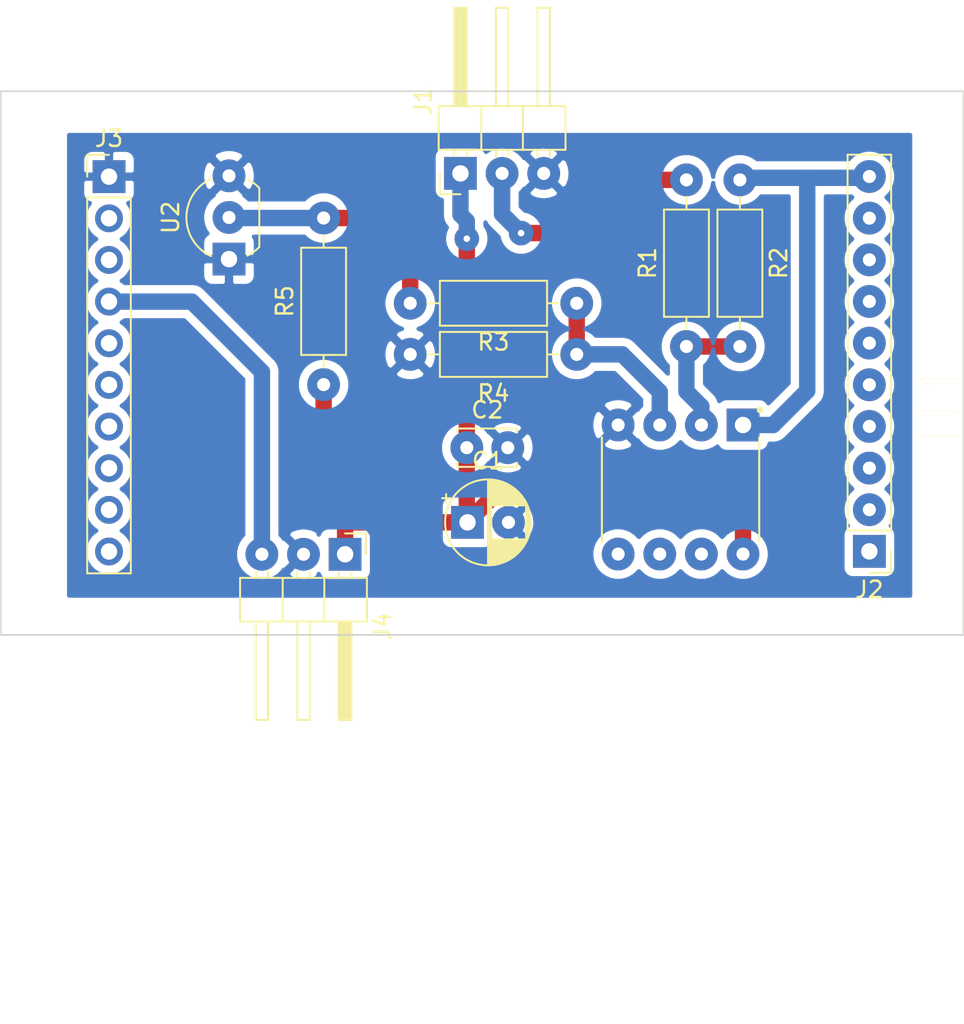
<source format=kicad_pcb>
(kicad_pcb (version 20171130) (host pcbnew "(5.1.7)-1")

  (general
    (thickness 1.6)
    (drawings 4)
    (tracks 56)
    (zones 0)
    (modules 13)
    (nets 26)
  )

  (page A4)
  (layers
    (0 F.Cu signal)
    (31 B.Cu signal)
    (32 B.Adhes user hide)
    (33 F.Adhes user hide)
    (34 B.Paste user hide)
    (35 F.Paste user hide)
    (36 B.SilkS user hide)
    (37 F.SilkS user hide)
    (38 B.Mask user hide)
    (39 F.Mask user hide)
    (40 Dwgs.User user hide)
    (41 Cmts.User user hide)
    (42 Eco1.User user hide)
    (43 Eco2.User user hide)
    (44 Edge.Cuts user)
    (45 Margin user hide)
    (46 B.CrtYd user hide)
    (47 F.CrtYd user)
    (48 B.Fab user hide)
    (49 F.Fab user)
  )

  (setup
    (last_trace_width 1)
    (user_trace_width 1)
    (trace_clearance 0.2)
    (zone_clearance 0.508)
    (zone_45_only no)
    (trace_min 0.2)
    (via_size 0.8)
    (via_drill 0.4)
    (via_min_size 0.4)
    (via_min_drill 0.3)
    (user_via 1.5 0.4)
    (uvia_size 0.3)
    (uvia_drill 0.1)
    (uvias_allowed no)
    (uvia_min_size 0.2)
    (uvia_min_drill 0.1)
    (edge_width 0.05)
    (segment_width 0.2)
    (pcb_text_width 0.3)
    (pcb_text_size 1.5 1.5)
    (mod_edge_width 0.12)
    (mod_text_size 1 1)
    (mod_text_width 0.15)
    (pad_size 2 2)
    (pad_drill 0.8)
    (pad_to_mask_clearance 0)
    (aux_axis_origin 0 0)
    (visible_elements FFFFFF7F)
    (pcbplotparams
      (layerselection 0x01000_ffffffff)
      (usegerberextensions false)
      (usegerberattributes true)
      (usegerberadvancedattributes true)
      (creategerberjobfile true)
      (excludeedgelayer true)
      (linewidth 0.100000)
      (plotframeref false)
      (viasonmask false)
      (mode 1)
      (useauxorigin false)
      (hpglpennumber 1)
      (hpglpenspeed 20)
      (hpglpendiameter 15.000000)
      (psnegative false)
      (psa4output false)
      (plotreference true)
      (plotvalue true)
      (plotinvisibletext false)
      (padsonsilk false)
      (subtractmaskfromsilk false)
      (outputformat 1)
      (mirror false)
      (drillshape 0)
      (scaleselection 1)
      (outputdirectory "output/"))
  )

  (net 0 "")
  (net 1 VDD)
  (net 2 GND)
  (net 3 "Net-(J1-Pad2)")
  (net 4 "Net-(J2-Pad1)")
  (net 5 "Net-(J2-Pad2)")
  (net 6 "Net-(J2-Pad3)")
  (net 7 "Net-(J2-Pad4)")
  (net 8 "Net-(J2-Pad5)")
  (net 9 "Net-(J2-Pad6)")
  (net 10 "Net-(J2-Pad7)")
  (net 11 "Net-(J2-Pad8)")
  (net 12 "Net-(J2-Pad9)")
  (net 13 "Net-(J2-Pad10)")
  (net 14 "Net-(J3-Pad10)")
  (net 15 "Net-(J3-Pad9)")
  (net 16 "Net-(J3-Pad8)")
  (net 17 "Net-(J3-Pad7)")
  (net 18 "Net-(J3-Pad6)")
  (net 19 "Net-(J3-Pad5)")
  (net 20 PIN3.2)
  (net 21 "Net-(J3-Pad3)")
  (net 22 "Net-(J3-Pad2)")
  (net 23 "Net-(R1-Pad1)")
  (net 24 VolRef1V2)
  (net 25 "Net-(R3-Pad1)")

  (net_class Default "This is the default net class."
    (clearance 0.2)
    (trace_width 0.25)
    (via_dia 0.8)
    (via_drill 0.4)
    (uvia_dia 0.3)
    (uvia_drill 0.1)
    (add_net GND)
    (add_net "Net-(J1-Pad2)")
    (add_net "Net-(J2-Pad1)")
    (add_net "Net-(J2-Pad10)")
    (add_net "Net-(J2-Pad2)")
    (add_net "Net-(J2-Pad3)")
    (add_net "Net-(J2-Pad4)")
    (add_net "Net-(J2-Pad5)")
    (add_net "Net-(J2-Pad6)")
    (add_net "Net-(J2-Pad7)")
    (add_net "Net-(J2-Pad8)")
    (add_net "Net-(J2-Pad9)")
    (add_net "Net-(J3-Pad10)")
    (add_net "Net-(J3-Pad2)")
    (add_net "Net-(J3-Pad3)")
    (add_net "Net-(J3-Pad5)")
    (add_net "Net-(J3-Pad6)")
    (add_net "Net-(J3-Pad7)")
    (add_net "Net-(J3-Pad8)")
    (add_net "Net-(J3-Pad9)")
    (add_net "Net-(R1-Pad1)")
    (add_net "Net-(R3-Pad1)")
    (add_net PIN3.2)
    (add_net VDD)
    (add_net VolRef1V2)
  )

  (module Capacitor_THT:CP_Radial_D5.0mm_P2.50mm (layer F.Cu) (tedit 5AE50EF0) (tstamp 5FE05AC3)
    (at 84.123968 46.53026)
    (descr "CP, Radial series, Radial, pin pitch=2.50mm, , diameter=5mm, Electrolytic Capacitor")
    (tags "CP Radial series Radial pin pitch 2.50mm  diameter 5mm Electrolytic Capacitor")
    (path /5FE16518)
    (fp_text reference C1 (at 1.25 -3.75) (layer F.SilkS)
      (effects (font (size 1 1) (thickness 0.15)))
    )
    (fp_text value 10uF (at 1.25 3.75) (layer F.Fab)
      (effects (font (size 1 1) (thickness 0.15)))
    )
    (fp_line (start -1.304775 -1.725) (end -1.304775 -1.225) (layer F.SilkS) (width 0.12))
    (fp_line (start -1.554775 -1.475) (end -1.054775 -1.475) (layer F.SilkS) (width 0.12))
    (fp_line (start 3.851 -0.284) (end 3.851 0.284) (layer F.SilkS) (width 0.12))
    (fp_line (start 3.811 -0.518) (end 3.811 0.518) (layer F.SilkS) (width 0.12))
    (fp_line (start 3.771 -0.677) (end 3.771 0.677) (layer F.SilkS) (width 0.12))
    (fp_line (start 3.731 -0.805) (end 3.731 0.805) (layer F.SilkS) (width 0.12))
    (fp_line (start 3.691 -0.915) (end 3.691 0.915) (layer F.SilkS) (width 0.12))
    (fp_line (start 3.651 -1.011) (end 3.651 1.011) (layer F.SilkS) (width 0.12))
    (fp_line (start 3.611 -1.098) (end 3.611 1.098) (layer F.SilkS) (width 0.12))
    (fp_line (start 3.571 -1.178) (end 3.571 1.178) (layer F.SilkS) (width 0.12))
    (fp_line (start 3.531 1.04) (end 3.531 1.251) (layer F.SilkS) (width 0.12))
    (fp_line (start 3.531 -1.251) (end 3.531 -1.04) (layer F.SilkS) (width 0.12))
    (fp_line (start 3.491 1.04) (end 3.491 1.319) (layer F.SilkS) (width 0.12))
    (fp_line (start 3.491 -1.319) (end 3.491 -1.04) (layer F.SilkS) (width 0.12))
    (fp_line (start 3.451 1.04) (end 3.451 1.383) (layer F.SilkS) (width 0.12))
    (fp_line (start 3.451 -1.383) (end 3.451 -1.04) (layer F.SilkS) (width 0.12))
    (fp_line (start 3.411 1.04) (end 3.411 1.443) (layer F.SilkS) (width 0.12))
    (fp_line (start 3.411 -1.443) (end 3.411 -1.04) (layer F.SilkS) (width 0.12))
    (fp_line (start 3.371 1.04) (end 3.371 1.5) (layer F.SilkS) (width 0.12))
    (fp_line (start 3.371 -1.5) (end 3.371 -1.04) (layer F.SilkS) (width 0.12))
    (fp_line (start 3.331 1.04) (end 3.331 1.554) (layer F.SilkS) (width 0.12))
    (fp_line (start 3.331 -1.554) (end 3.331 -1.04) (layer F.SilkS) (width 0.12))
    (fp_line (start 3.291 1.04) (end 3.291 1.605) (layer F.SilkS) (width 0.12))
    (fp_line (start 3.291 -1.605) (end 3.291 -1.04) (layer F.SilkS) (width 0.12))
    (fp_line (start 3.251 1.04) (end 3.251 1.653) (layer F.SilkS) (width 0.12))
    (fp_line (start 3.251 -1.653) (end 3.251 -1.04) (layer F.SilkS) (width 0.12))
    (fp_line (start 3.211 1.04) (end 3.211 1.699) (layer F.SilkS) (width 0.12))
    (fp_line (start 3.211 -1.699) (end 3.211 -1.04) (layer F.SilkS) (width 0.12))
    (fp_line (start 3.171 1.04) (end 3.171 1.743) (layer F.SilkS) (width 0.12))
    (fp_line (start 3.171 -1.743) (end 3.171 -1.04) (layer F.SilkS) (width 0.12))
    (fp_line (start 3.131 1.04) (end 3.131 1.785) (layer F.SilkS) (width 0.12))
    (fp_line (start 3.131 -1.785) (end 3.131 -1.04) (layer F.SilkS) (width 0.12))
    (fp_line (start 3.091 1.04) (end 3.091 1.826) (layer F.SilkS) (width 0.12))
    (fp_line (start 3.091 -1.826) (end 3.091 -1.04) (layer F.SilkS) (width 0.12))
    (fp_line (start 3.051 1.04) (end 3.051 1.864) (layer F.SilkS) (width 0.12))
    (fp_line (start 3.051 -1.864) (end 3.051 -1.04) (layer F.SilkS) (width 0.12))
    (fp_line (start 3.011 1.04) (end 3.011 1.901) (layer F.SilkS) (width 0.12))
    (fp_line (start 3.011 -1.901) (end 3.011 -1.04) (layer F.SilkS) (width 0.12))
    (fp_line (start 2.971 1.04) (end 2.971 1.937) (layer F.SilkS) (width 0.12))
    (fp_line (start 2.971 -1.937) (end 2.971 -1.04) (layer F.SilkS) (width 0.12))
    (fp_line (start 2.931 1.04) (end 2.931 1.971) (layer F.SilkS) (width 0.12))
    (fp_line (start 2.931 -1.971) (end 2.931 -1.04) (layer F.SilkS) (width 0.12))
    (fp_line (start 2.891 1.04) (end 2.891 2.004) (layer F.SilkS) (width 0.12))
    (fp_line (start 2.891 -2.004) (end 2.891 -1.04) (layer F.SilkS) (width 0.12))
    (fp_line (start 2.851 1.04) (end 2.851 2.035) (layer F.SilkS) (width 0.12))
    (fp_line (start 2.851 -2.035) (end 2.851 -1.04) (layer F.SilkS) (width 0.12))
    (fp_line (start 2.811 1.04) (end 2.811 2.065) (layer F.SilkS) (width 0.12))
    (fp_line (start 2.811 -2.065) (end 2.811 -1.04) (layer F.SilkS) (width 0.12))
    (fp_line (start 2.771 1.04) (end 2.771 2.095) (layer F.SilkS) (width 0.12))
    (fp_line (start 2.771 -2.095) (end 2.771 -1.04) (layer F.SilkS) (width 0.12))
    (fp_line (start 2.731 1.04) (end 2.731 2.122) (layer F.SilkS) (width 0.12))
    (fp_line (start 2.731 -2.122) (end 2.731 -1.04) (layer F.SilkS) (width 0.12))
    (fp_line (start 2.691 1.04) (end 2.691 2.149) (layer F.SilkS) (width 0.12))
    (fp_line (start 2.691 -2.149) (end 2.691 -1.04) (layer F.SilkS) (width 0.12))
    (fp_line (start 2.651 1.04) (end 2.651 2.175) (layer F.SilkS) (width 0.12))
    (fp_line (start 2.651 -2.175) (end 2.651 -1.04) (layer F.SilkS) (width 0.12))
    (fp_line (start 2.611 1.04) (end 2.611 2.2) (layer F.SilkS) (width 0.12))
    (fp_line (start 2.611 -2.2) (end 2.611 -1.04) (layer F.SilkS) (width 0.12))
    (fp_line (start 2.571 1.04) (end 2.571 2.224) (layer F.SilkS) (width 0.12))
    (fp_line (start 2.571 -2.224) (end 2.571 -1.04) (layer F.SilkS) (width 0.12))
    (fp_line (start 2.531 1.04) (end 2.531 2.247) (layer F.SilkS) (width 0.12))
    (fp_line (start 2.531 -2.247) (end 2.531 -1.04) (layer F.SilkS) (width 0.12))
    (fp_line (start 2.491 1.04) (end 2.491 2.268) (layer F.SilkS) (width 0.12))
    (fp_line (start 2.491 -2.268) (end 2.491 -1.04) (layer F.SilkS) (width 0.12))
    (fp_line (start 2.451 1.04) (end 2.451 2.29) (layer F.SilkS) (width 0.12))
    (fp_line (start 2.451 -2.29) (end 2.451 -1.04) (layer F.SilkS) (width 0.12))
    (fp_line (start 2.411 1.04) (end 2.411 2.31) (layer F.SilkS) (width 0.12))
    (fp_line (start 2.411 -2.31) (end 2.411 -1.04) (layer F.SilkS) (width 0.12))
    (fp_line (start 2.371 1.04) (end 2.371 2.329) (layer F.SilkS) (width 0.12))
    (fp_line (start 2.371 -2.329) (end 2.371 -1.04) (layer F.SilkS) (width 0.12))
    (fp_line (start 2.331 1.04) (end 2.331 2.348) (layer F.SilkS) (width 0.12))
    (fp_line (start 2.331 -2.348) (end 2.331 -1.04) (layer F.SilkS) (width 0.12))
    (fp_line (start 2.291 1.04) (end 2.291 2.365) (layer F.SilkS) (width 0.12))
    (fp_line (start 2.291 -2.365) (end 2.291 -1.04) (layer F.SilkS) (width 0.12))
    (fp_line (start 2.251 1.04) (end 2.251 2.382) (layer F.SilkS) (width 0.12))
    (fp_line (start 2.251 -2.382) (end 2.251 -1.04) (layer F.SilkS) (width 0.12))
    (fp_line (start 2.211 1.04) (end 2.211 2.398) (layer F.SilkS) (width 0.12))
    (fp_line (start 2.211 -2.398) (end 2.211 -1.04) (layer F.SilkS) (width 0.12))
    (fp_line (start 2.171 1.04) (end 2.171 2.414) (layer F.SilkS) (width 0.12))
    (fp_line (start 2.171 -2.414) (end 2.171 -1.04) (layer F.SilkS) (width 0.12))
    (fp_line (start 2.131 1.04) (end 2.131 2.428) (layer F.SilkS) (width 0.12))
    (fp_line (start 2.131 -2.428) (end 2.131 -1.04) (layer F.SilkS) (width 0.12))
    (fp_line (start 2.091 1.04) (end 2.091 2.442) (layer F.SilkS) (width 0.12))
    (fp_line (start 2.091 -2.442) (end 2.091 -1.04) (layer F.SilkS) (width 0.12))
    (fp_line (start 2.051 1.04) (end 2.051 2.455) (layer F.SilkS) (width 0.12))
    (fp_line (start 2.051 -2.455) (end 2.051 -1.04) (layer F.SilkS) (width 0.12))
    (fp_line (start 2.011 1.04) (end 2.011 2.468) (layer F.SilkS) (width 0.12))
    (fp_line (start 2.011 -2.468) (end 2.011 -1.04) (layer F.SilkS) (width 0.12))
    (fp_line (start 1.971 1.04) (end 1.971 2.48) (layer F.SilkS) (width 0.12))
    (fp_line (start 1.971 -2.48) (end 1.971 -1.04) (layer F.SilkS) (width 0.12))
    (fp_line (start 1.93 1.04) (end 1.93 2.491) (layer F.SilkS) (width 0.12))
    (fp_line (start 1.93 -2.491) (end 1.93 -1.04) (layer F.SilkS) (width 0.12))
    (fp_line (start 1.89 1.04) (end 1.89 2.501) (layer F.SilkS) (width 0.12))
    (fp_line (start 1.89 -2.501) (end 1.89 -1.04) (layer F.SilkS) (width 0.12))
    (fp_line (start 1.85 1.04) (end 1.85 2.511) (layer F.SilkS) (width 0.12))
    (fp_line (start 1.85 -2.511) (end 1.85 -1.04) (layer F.SilkS) (width 0.12))
    (fp_line (start 1.81 1.04) (end 1.81 2.52) (layer F.SilkS) (width 0.12))
    (fp_line (start 1.81 -2.52) (end 1.81 -1.04) (layer F.SilkS) (width 0.12))
    (fp_line (start 1.77 1.04) (end 1.77 2.528) (layer F.SilkS) (width 0.12))
    (fp_line (start 1.77 -2.528) (end 1.77 -1.04) (layer F.SilkS) (width 0.12))
    (fp_line (start 1.73 1.04) (end 1.73 2.536) (layer F.SilkS) (width 0.12))
    (fp_line (start 1.73 -2.536) (end 1.73 -1.04) (layer F.SilkS) (width 0.12))
    (fp_line (start 1.69 1.04) (end 1.69 2.543) (layer F.SilkS) (width 0.12))
    (fp_line (start 1.69 -2.543) (end 1.69 -1.04) (layer F.SilkS) (width 0.12))
    (fp_line (start 1.65 1.04) (end 1.65 2.55) (layer F.SilkS) (width 0.12))
    (fp_line (start 1.65 -2.55) (end 1.65 -1.04) (layer F.SilkS) (width 0.12))
    (fp_line (start 1.61 1.04) (end 1.61 2.556) (layer F.SilkS) (width 0.12))
    (fp_line (start 1.61 -2.556) (end 1.61 -1.04) (layer F.SilkS) (width 0.12))
    (fp_line (start 1.57 1.04) (end 1.57 2.561) (layer F.SilkS) (width 0.12))
    (fp_line (start 1.57 -2.561) (end 1.57 -1.04) (layer F.SilkS) (width 0.12))
    (fp_line (start 1.53 1.04) (end 1.53 2.565) (layer F.SilkS) (width 0.12))
    (fp_line (start 1.53 -2.565) (end 1.53 -1.04) (layer F.SilkS) (width 0.12))
    (fp_line (start 1.49 1.04) (end 1.49 2.569) (layer F.SilkS) (width 0.12))
    (fp_line (start 1.49 -2.569) (end 1.49 -1.04) (layer F.SilkS) (width 0.12))
    (fp_line (start 1.45 -2.573) (end 1.45 2.573) (layer F.SilkS) (width 0.12))
    (fp_line (start 1.41 -2.576) (end 1.41 2.576) (layer F.SilkS) (width 0.12))
    (fp_line (start 1.37 -2.578) (end 1.37 2.578) (layer F.SilkS) (width 0.12))
    (fp_line (start 1.33 -2.579) (end 1.33 2.579) (layer F.SilkS) (width 0.12))
    (fp_line (start 1.29 -2.58) (end 1.29 2.58) (layer F.SilkS) (width 0.12))
    (fp_line (start 1.25 -2.58) (end 1.25 2.58) (layer F.SilkS) (width 0.12))
    (fp_line (start -0.633605 -1.3375) (end -0.633605 -0.8375) (layer F.Fab) (width 0.1))
    (fp_line (start -0.883605 -1.0875) (end -0.383605 -1.0875) (layer F.Fab) (width 0.1))
    (fp_circle (center 1.25 0) (end 4 0) (layer F.CrtYd) (width 0.05))
    (fp_circle (center 1.25 0) (end 3.87 0) (layer F.SilkS) (width 0.12))
    (fp_circle (center 1.25 0) (end 3.75 0) (layer F.Fab) (width 0.1))
    (fp_text user %R (at 1.25 0) (layer F.Fab)
      (effects (font (size 1 1) (thickness 0.15)))
    )
    (pad 1 thru_hole rect (at 0 0) (size 2 2) (drill 1) (layers *.Cu *.Mask)
      (net 1 VDD))
    (pad 2 thru_hole circle (at 2.5 0) (size 2 2) (drill 0.8) (layers *.Cu *.Mask)
      (net 2 GND))
    (model ${KISYS3DMOD}/Capacitor_THT.3dshapes/CP_Radial_D5.0mm_P2.50mm.wrl
      (at (xyz 0 0 0))
      (scale (xyz 1 1 1))
      (rotate (xyz 0 0 0))
    )
  )

  (module Capacitor_THT:C_Disc_D3.4mm_W2.1mm_P2.50mm (layer F.Cu) (tedit 5FE00292) (tstamp 5FE05AD8)
    (at 84.07908 41.97604)
    (descr "C, Disc series, Radial, pin pitch=2.50mm, , diameter*width=3.4*2.1mm^2, Capacitor, http://www.vishay.com/docs/45233/krseries.pdf")
    (tags "C Disc series Radial pin pitch 2.50mm  diameter 3.4mm width 2.1mm Capacitor")
    (path /5FE14D50)
    (fp_text reference C2 (at 1.25 -2.3) (layer F.SilkS)
      (effects (font (size 1 1) (thickness 0.15)))
    )
    (fp_text value 1nF (at 1.25 2.3) (layer F.Fab)
      (effects (font (size 1 1) (thickness 0.15)))
    )
    (fp_line (start 3.55 -1.3) (end -1.05 -1.3) (layer F.CrtYd) (width 0.05))
    (fp_line (start 3.55 1.3) (end 3.55 -1.3) (layer F.CrtYd) (width 0.05))
    (fp_line (start -1.05 1.3) (end 3.55 1.3) (layer F.CrtYd) (width 0.05))
    (fp_line (start -1.05 -1.3) (end -1.05 1.3) (layer F.CrtYd) (width 0.05))
    (fp_line (start 3.07 0.925) (end 3.07 1.17) (layer F.SilkS) (width 0.12))
    (fp_line (start 3.07 -1.17) (end 3.07 -0.925) (layer F.SilkS) (width 0.12))
    (fp_line (start -0.57 0.925) (end -0.57 1.17) (layer F.SilkS) (width 0.12))
    (fp_line (start -0.57 -1.17) (end -0.57 -0.925) (layer F.SilkS) (width 0.12))
    (fp_line (start -0.57 1.17) (end 3.07 1.17) (layer F.SilkS) (width 0.12))
    (fp_line (start -0.57 -1.17) (end 3.07 -1.17) (layer F.SilkS) (width 0.12))
    (fp_line (start 2.95 -1.05) (end -0.45 -1.05) (layer F.Fab) (width 0.1))
    (fp_line (start 2.95 1.05) (end 2.95 -1.05) (layer F.Fab) (width 0.1))
    (fp_line (start -0.45 1.05) (end 2.95 1.05) (layer F.Fab) (width 0.1))
    (fp_line (start -0.45 -1.05) (end -0.45 1.05) (layer F.Fab) (width 0.1))
    (fp_text user %R (at 1.25 0) (layer F.Fab)
      (effects (font (size 0.68 0.68) (thickness 0.102)))
    )
    (pad 1 thru_hole circle (at 0 0) (size 2 2) (drill 0.8) (layers *.Cu *.Mask)
      (net 1 VDD))
    (pad 2 thru_hole circle (at 2.5 0) (size 2 2) (drill 0.8) (layers *.Cu *.Mask)
      (net 2 GND))
    (model ${KISYS3DMOD}/Capacitor_THT.3dshapes/C_Disc_D3.4mm_W2.1mm_P2.50mm.wrl
      (at (xyz 0 0 0))
      (scale (xyz 1 1 1))
      (rotate (xyz 0 0 0))
    )
  )

  (module Connector_PinHeader_2.54mm:PinHeader_1x03_P2.54mm_Horizontal (layer F.Cu) (tedit 59FED5CB) (tstamp 5FE05B18)
    (at 83.693 25.25014 90)
    (descr "Through hole angled pin header, 1x03, 2.54mm pitch, 6mm pin length, single row")
    (tags "Through hole angled pin header THT 1x03 2.54mm single row")
    (path /5FE04A0A)
    (fp_text reference J1 (at 4.385 -2.27 90) (layer F.SilkS)
      (effects (font (size 1 1) (thickness 0.15)))
    )
    (fp_text value AccelConnector (at 4.385 7.35 90) (layer F.Fab)
      (effects (font (size 1 1) (thickness 0.15)))
    )
    (fp_line (start 10.55 -1.8) (end -1.8 -1.8) (layer F.CrtYd) (width 0.05))
    (fp_line (start 10.55 6.85) (end 10.55 -1.8) (layer F.CrtYd) (width 0.05))
    (fp_line (start -1.8 6.85) (end 10.55 6.85) (layer F.CrtYd) (width 0.05))
    (fp_line (start -1.8 -1.8) (end -1.8 6.85) (layer F.CrtYd) (width 0.05))
    (fp_line (start -1.27 -1.27) (end 0 -1.27) (layer F.SilkS) (width 0.12))
    (fp_line (start -1.27 0) (end -1.27 -1.27) (layer F.SilkS) (width 0.12))
    (fp_line (start 1.042929 5.46) (end 1.44 5.46) (layer F.SilkS) (width 0.12))
    (fp_line (start 1.042929 4.7) (end 1.44 4.7) (layer F.SilkS) (width 0.12))
    (fp_line (start 10.1 5.46) (end 4.1 5.46) (layer F.SilkS) (width 0.12))
    (fp_line (start 10.1 4.7) (end 10.1 5.46) (layer F.SilkS) (width 0.12))
    (fp_line (start 4.1 4.7) (end 10.1 4.7) (layer F.SilkS) (width 0.12))
    (fp_line (start 1.44 3.81) (end 4.1 3.81) (layer F.SilkS) (width 0.12))
    (fp_line (start 1.042929 2.92) (end 1.44 2.92) (layer F.SilkS) (width 0.12))
    (fp_line (start 1.042929 2.16) (end 1.44 2.16) (layer F.SilkS) (width 0.12))
    (fp_line (start 10.1 2.92) (end 4.1 2.92) (layer F.SilkS) (width 0.12))
    (fp_line (start 10.1 2.16) (end 10.1 2.92) (layer F.SilkS) (width 0.12))
    (fp_line (start 4.1 2.16) (end 10.1 2.16) (layer F.SilkS) (width 0.12))
    (fp_line (start 1.44 1.27) (end 4.1 1.27) (layer F.SilkS) (width 0.12))
    (fp_line (start 1.11 0.38) (end 1.44 0.38) (layer F.SilkS) (width 0.12))
    (fp_line (start 1.11 -0.38) (end 1.44 -0.38) (layer F.SilkS) (width 0.12))
    (fp_line (start 4.1 0.28) (end 10.1 0.28) (layer F.SilkS) (width 0.12))
    (fp_line (start 4.1 0.16) (end 10.1 0.16) (layer F.SilkS) (width 0.12))
    (fp_line (start 4.1 0.04) (end 10.1 0.04) (layer F.SilkS) (width 0.12))
    (fp_line (start 4.1 -0.08) (end 10.1 -0.08) (layer F.SilkS) (width 0.12))
    (fp_line (start 4.1 -0.2) (end 10.1 -0.2) (layer F.SilkS) (width 0.12))
    (fp_line (start 4.1 -0.32) (end 10.1 -0.32) (layer F.SilkS) (width 0.12))
    (fp_line (start 10.1 0.38) (end 4.1 0.38) (layer F.SilkS) (width 0.12))
    (fp_line (start 10.1 -0.38) (end 10.1 0.38) (layer F.SilkS) (width 0.12))
    (fp_line (start 4.1 -0.38) (end 10.1 -0.38) (layer F.SilkS) (width 0.12))
    (fp_line (start 4.1 -1.33) (end 1.44 -1.33) (layer F.SilkS) (width 0.12))
    (fp_line (start 4.1 6.41) (end 4.1 -1.33) (layer F.SilkS) (width 0.12))
    (fp_line (start 1.44 6.41) (end 4.1 6.41) (layer F.SilkS) (width 0.12))
    (fp_line (start 1.44 -1.33) (end 1.44 6.41) (layer F.SilkS) (width 0.12))
    (fp_line (start 4.04 5.4) (end 10.04 5.4) (layer F.Fab) (width 0.1))
    (fp_line (start 10.04 4.76) (end 10.04 5.4) (layer F.Fab) (width 0.1))
    (fp_line (start 4.04 4.76) (end 10.04 4.76) (layer F.Fab) (width 0.1))
    (fp_line (start -0.32 5.4) (end 1.5 5.4) (layer F.Fab) (width 0.1))
    (fp_line (start -0.32 4.76) (end -0.32 5.4) (layer F.Fab) (width 0.1))
    (fp_line (start -0.32 4.76) (end 1.5 4.76) (layer F.Fab) (width 0.1))
    (fp_line (start 4.04 2.86) (end 10.04 2.86) (layer F.Fab) (width 0.1))
    (fp_line (start 10.04 2.22) (end 10.04 2.86) (layer F.Fab) (width 0.1))
    (fp_line (start 4.04 2.22) (end 10.04 2.22) (layer F.Fab) (width 0.1))
    (fp_line (start -0.32 2.86) (end 1.5 2.86) (layer F.Fab) (width 0.1))
    (fp_line (start -0.32 2.22) (end -0.32 2.86) (layer F.Fab) (width 0.1))
    (fp_line (start -0.32 2.22) (end 1.5 2.22) (layer F.Fab) (width 0.1))
    (fp_line (start 4.04 0.32) (end 10.04 0.32) (layer F.Fab) (width 0.1))
    (fp_line (start 10.04 -0.32) (end 10.04 0.32) (layer F.Fab) (width 0.1))
    (fp_line (start 4.04 -0.32) (end 10.04 -0.32) (layer F.Fab) (width 0.1))
    (fp_line (start -0.32 0.32) (end 1.5 0.32) (layer F.Fab) (width 0.1))
    (fp_line (start -0.32 -0.32) (end -0.32 0.32) (layer F.Fab) (width 0.1))
    (fp_line (start -0.32 -0.32) (end 1.5 -0.32) (layer F.Fab) (width 0.1))
    (fp_line (start 1.5 -0.635) (end 2.135 -1.27) (layer F.Fab) (width 0.1))
    (fp_line (start 1.5 6.35) (end 1.5 -0.635) (layer F.Fab) (width 0.1))
    (fp_line (start 4.04 6.35) (end 1.5 6.35) (layer F.Fab) (width 0.1))
    (fp_line (start 4.04 -1.27) (end 4.04 6.35) (layer F.Fab) (width 0.1))
    (fp_line (start 2.135 -1.27) (end 4.04 -1.27) (layer F.Fab) (width 0.1))
    (fp_text user %R (at 2.77 2.54) (layer F.Fab)
      (effects (font (size 1 1) (thickness 0.15)))
    )
    (pad 1 thru_hole rect (at 0 0 90) (size 2 2) (drill 1) (layers *.Cu *.Mask)
      (net 1 VDD))
    (pad 2 thru_hole circle (at 0 2.54 90) (size 2 2) (drill 0.8) (layers *.Cu *.Mask)
      (net 3 "Net-(J1-Pad2)"))
    (pad 3 thru_hole circle (at 0 5.08 90) (size 2 2) (drill 0.8) (layers *.Cu *.Mask)
      (net 2 GND))
    (model ${KISYS3DMOD}/Connector_PinHeader_2.54mm.3dshapes/PinHeader_1x03_P2.54mm_Horizontal.wrl
      (at (xyz 0 0 0))
      (scale (xyz 1 1 1))
      (rotate (xyz 0 0 0))
    )
  )

  (module Connector_PinHeader_2.54mm:PinHeader_1x10_P2.54mm_Vertical (layer F.Cu) (tedit 59FED5CC) (tstamp 5FE05B36)
    (at 108.64524 48.2981 180)
    (descr "Through hole straight pin header, 1x10, 2.54mm pitch, single row")
    (tags "Through hole pin header THT 1x10 2.54mm single row")
    (path /5FE10662)
    (fp_text reference J2 (at 0 -2.33) (layer F.SilkS)
      (effects (font (size 1 1) (thickness 0.15)))
    )
    (fp_text value ADCInput (at 0 25.19) (layer F.Fab)
      (effects (font (size 1 1) (thickness 0.15)))
    )
    (fp_line (start 1.8 -1.8) (end -1.8 -1.8) (layer F.CrtYd) (width 0.05))
    (fp_line (start 1.8 24.65) (end 1.8 -1.8) (layer F.CrtYd) (width 0.05))
    (fp_line (start -1.8 24.65) (end 1.8 24.65) (layer F.CrtYd) (width 0.05))
    (fp_line (start -1.8 -1.8) (end -1.8 24.65) (layer F.CrtYd) (width 0.05))
    (fp_line (start -1.33 -1.33) (end 0 -1.33) (layer F.SilkS) (width 0.12))
    (fp_line (start -1.33 0) (end -1.33 -1.33) (layer F.SilkS) (width 0.12))
    (fp_line (start -1.33 1.27) (end 1.33 1.27) (layer F.SilkS) (width 0.12))
    (fp_line (start 1.33 1.27) (end 1.33 24.19) (layer F.SilkS) (width 0.12))
    (fp_line (start -1.33 1.27) (end -1.33 24.19) (layer F.SilkS) (width 0.12))
    (fp_line (start -1.33 24.19) (end 1.33 24.19) (layer F.SilkS) (width 0.12))
    (fp_line (start -1.27 -0.635) (end -0.635 -1.27) (layer F.Fab) (width 0.1))
    (fp_line (start -1.27 24.13) (end -1.27 -0.635) (layer F.Fab) (width 0.1))
    (fp_line (start 1.27 24.13) (end -1.27 24.13) (layer F.Fab) (width 0.1))
    (fp_line (start 1.27 -1.27) (end 1.27 24.13) (layer F.Fab) (width 0.1))
    (fp_line (start -0.635 -1.27) (end 1.27 -1.27) (layer F.Fab) (width 0.1))
    (fp_text user %R (at 0 11.43 90) (layer F.Fab)
      (effects (font (size 1 1) (thickness 0.15)))
    )
    (pad 1 thru_hole rect (at 0 0 180) (size 2 2) (drill 1) (layers *.Cu *.Mask)
      (net 4 "Net-(J2-Pad1)"))
    (pad 2 thru_hole circle (at 0 2.54 180) (size 2 2) (drill 0.8) (layers *.Cu *.Mask)
      (net 5 "Net-(J2-Pad2)"))
    (pad 3 thru_hole circle (at 0 5.08 180) (size 2 2) (drill 0.8) (layers *.Cu *.Mask)
      (net 6 "Net-(J2-Pad3)"))
    (pad 4 thru_hole circle (at 0 7.62 180) (size 2 2) (drill 0.8) (layers *.Cu *.Mask)
      (net 7 "Net-(J2-Pad4)"))
    (pad 5 thru_hole circle (at 0 10.16 180) (size 2 2) (drill 0.8) (layers *.Cu *.Mask)
      (net 8 "Net-(J2-Pad5)"))
    (pad 6 thru_hole circle (at 0 12.7 180) (size 2 2) (drill 0.8) (layers *.Cu *.Mask)
      (net 9 "Net-(J2-Pad6)"))
    (pad 7 thru_hole circle (at 0 15.24 180) (size 2 2) (drill 0.8) (layers *.Cu *.Mask)
      (net 10 "Net-(J2-Pad7)"))
    (pad 8 thru_hole circle (at 0 17.78 180) (size 2 2) (drill 0.8) (layers *.Cu *.Mask)
      (net 11 "Net-(J2-Pad8)"))
    (pad 9 thru_hole circle (at 0 20.32 180) (size 2 2) (drill 0.8) (layers *.Cu *.Mask)
      (net 12 "Net-(J2-Pad9)"))
    (pad 10 thru_hole circle (at 0 22.86 180) (size 2 2) (drill 0.8) (layers *.Cu *.Mask)
      (net 13 "Net-(J2-Pad10)"))
    (model ${KISYS3DMOD}/Connector_PinHeader_2.54mm.3dshapes/PinHeader_1x10_P2.54mm_Vertical.wrl
      (at (xyz 0 0 0))
      (scale (xyz 1 1 1))
      (rotate (xyz 0 0 0))
    )
  )

  (module Connector_PinHeader_2.54mm:PinHeader_1x10_P2.54mm_Vertical (layer F.Cu) (tedit 59FED5CC) (tstamp 5FE05B54)
    (at 62.24524 25.4481)
    (descr "Through hole straight pin header, 1x10, 2.54mm pitch, single row")
    (tags "Through hole pin header THT 1x10 2.54mm single row")
    (path /5FE286F0)
    (fp_text reference J3 (at 0 -2.33) (layer F.SilkS)
      (effects (font (size 1 1) (thickness 0.15)))
    )
    (fp_text value IO (at 0 25.19) (layer F.Fab)
      (effects (font (size 1 1) (thickness 0.15)))
    )
    (fp_text user %R (at 0 11.43 90) (layer F.Fab)
      (effects (font (size 1 1) (thickness 0.15)))
    )
    (fp_line (start -0.635 -1.27) (end 1.27 -1.27) (layer F.Fab) (width 0.1))
    (fp_line (start 1.27 -1.27) (end 1.27 24.13) (layer F.Fab) (width 0.1))
    (fp_line (start 1.27 24.13) (end -1.27 24.13) (layer F.Fab) (width 0.1))
    (fp_line (start -1.27 24.13) (end -1.27 -0.635) (layer F.Fab) (width 0.1))
    (fp_line (start -1.27 -0.635) (end -0.635 -1.27) (layer F.Fab) (width 0.1))
    (fp_line (start -1.33 24.19) (end 1.33 24.19) (layer F.SilkS) (width 0.12))
    (fp_line (start -1.33 1.27) (end -1.33 24.19) (layer F.SilkS) (width 0.12))
    (fp_line (start 1.33 1.27) (end 1.33 24.19) (layer F.SilkS) (width 0.12))
    (fp_line (start -1.33 1.27) (end 1.33 1.27) (layer F.SilkS) (width 0.12))
    (fp_line (start -1.33 0) (end -1.33 -1.33) (layer F.SilkS) (width 0.12))
    (fp_line (start -1.33 -1.33) (end 0 -1.33) (layer F.SilkS) (width 0.12))
    (fp_line (start -1.8 -1.8) (end -1.8 24.65) (layer F.CrtYd) (width 0.05))
    (fp_line (start -1.8 24.65) (end 1.8 24.65) (layer F.CrtYd) (width 0.05))
    (fp_line (start 1.8 24.65) (end 1.8 -1.8) (layer F.CrtYd) (width 0.05))
    (fp_line (start 1.8 -1.8) (end -1.8 -1.8) (layer F.CrtYd) (width 0.05))
    (pad 10 thru_hole oval (at 0 22.86) (size 1.7 1.7) (drill 1) (layers *.Cu *.Mask)
      (net 14 "Net-(J3-Pad10)"))
    (pad 9 thru_hole oval (at 0 20.32) (size 1.7 1.7) (drill 1) (layers *.Cu *.Mask)
      (net 15 "Net-(J3-Pad9)"))
    (pad 8 thru_hole oval (at 0 17.78) (size 1.7 1.7) (drill 1) (layers *.Cu *.Mask)
      (net 16 "Net-(J3-Pad8)"))
    (pad 7 thru_hole oval (at 0 15.24) (size 1.7 1.7) (drill 1) (layers *.Cu *.Mask)
      (net 17 "Net-(J3-Pad7)"))
    (pad 6 thru_hole oval (at 0 12.7) (size 1.7 1.7) (drill 1) (layers *.Cu *.Mask)
      (net 18 "Net-(J3-Pad6)"))
    (pad 5 thru_hole oval (at 0 10.16) (size 1.7 1.7) (drill 1) (layers *.Cu *.Mask)
      (net 19 "Net-(J3-Pad5)"))
    (pad 4 thru_hole oval (at 0 7.62) (size 1.7 1.7) (drill 1) (layers *.Cu *.Mask)
      (net 20 PIN3.2))
    (pad 3 thru_hole oval (at 0 5.08) (size 1.7 1.7) (drill 1) (layers *.Cu *.Mask)
      (net 21 "Net-(J3-Pad3)"))
    (pad 2 thru_hole oval (at 0 2.54) (size 1.7 1.7) (drill 1) (layers *.Cu *.Mask)
      (net 22 "Net-(J3-Pad2)"))
    (pad 1 thru_hole rect (at 0 0) (size 2 2) (drill 1) (layers *.Cu *.Mask)
      (net 2 GND))
    (model ${KISYS3DMOD}/Connector_PinHeader_2.54mm.3dshapes/PinHeader_1x10_P2.54mm_Vertical.wrl
      (at (xyz 0 0 0))
      (scale (xyz 1 1 1))
      (rotate (xyz 0 0 0))
    )
  )

  (module Connector_PinHeader_2.54mm:PinHeader_1x03_P2.54mm_Horizontal (layer F.Cu) (tedit 5FE0056D) (tstamp 5FE05B94)
    (at 76.65466 48.4759 270)
    (descr "Through hole angled pin header, 1x03, 2.54mm pitch, 6mm pin length, single row")
    (tags "Through hole angled pin header THT 1x03 2.54mm single row")
    (path /5FE2D965)
    (fp_text reference J4 (at 4.385 -2.27 90) (layer F.SilkS)
      (effects (font (size 1 1) (thickness 0.15)))
    )
    (fp_text value ExtSupply (at 4.385 7.35 90) (layer F.Fab)
      (effects (font (size 1 1) (thickness 0.15)))
    )
    (fp_text user %R (at 2.77 2.54) (layer F.Fab)
      (effects (font (size 1 1) (thickness 0.15)))
    )
    (fp_line (start 2.135 -1.27) (end 4.04 -1.27) (layer F.Fab) (width 0.1))
    (fp_line (start 4.04 -1.27) (end 4.04 6.35) (layer F.Fab) (width 0.1))
    (fp_line (start 4.04 6.35) (end 1.5 6.35) (layer F.Fab) (width 0.1))
    (fp_line (start 1.5 6.35) (end 1.5 -0.635) (layer F.Fab) (width 0.1))
    (fp_line (start 1.5 -0.635) (end 2.135 -1.27) (layer F.Fab) (width 0.1))
    (fp_line (start -0.32 -0.32) (end 1.5 -0.32) (layer F.Fab) (width 0.1))
    (fp_line (start -0.32 -0.32) (end -0.32 0.32) (layer F.Fab) (width 0.1))
    (fp_line (start -0.32 0.32) (end 1.5 0.32) (layer F.Fab) (width 0.1))
    (fp_line (start 4.04 -0.32) (end 10.04 -0.32) (layer F.Fab) (width 0.1))
    (fp_line (start 10.04 -0.32) (end 10.04 0.32) (layer F.Fab) (width 0.1))
    (fp_line (start 4.04 0.32) (end 10.04 0.32) (layer F.Fab) (width 0.1))
    (fp_line (start -0.32 2.22) (end 1.5 2.22) (layer F.Fab) (width 0.1))
    (fp_line (start -0.32 2.22) (end -0.32 2.86) (layer F.Fab) (width 0.1))
    (fp_line (start -0.32 2.86) (end 1.5 2.86) (layer F.Fab) (width 0.1))
    (fp_line (start 4.04 2.22) (end 10.04 2.22) (layer F.Fab) (width 0.1))
    (fp_line (start 10.04 2.22) (end 10.04 2.86) (layer F.Fab) (width 0.1))
    (fp_line (start 4.04 2.86) (end 10.04 2.86) (layer F.Fab) (width 0.1))
    (fp_line (start -0.32 4.76) (end 1.5 4.76) (layer F.Fab) (width 0.1))
    (fp_line (start -0.32 4.76) (end -0.32 5.4) (layer F.Fab) (width 0.1))
    (fp_line (start -0.32 5.4) (end 1.5 5.4) (layer F.Fab) (width 0.1))
    (fp_line (start 4.04 4.76) (end 10.04 4.76) (layer F.Fab) (width 0.1))
    (fp_line (start 10.04 4.76) (end 10.04 5.4) (layer F.Fab) (width 0.1))
    (fp_line (start 4.04 5.4) (end 10.04 5.4) (layer F.Fab) (width 0.1))
    (fp_line (start 1.44 -1.33) (end 1.44 6.41) (layer F.SilkS) (width 0.12))
    (fp_line (start 1.44 6.41) (end 4.1 6.41) (layer F.SilkS) (width 0.12))
    (fp_line (start 4.1 6.41) (end 4.1 -1.33) (layer F.SilkS) (width 0.12))
    (fp_line (start 4.1 -1.33) (end 1.44 -1.33) (layer F.SilkS) (width 0.12))
    (fp_line (start 4.1 -0.38) (end 10.1 -0.38) (layer F.SilkS) (width 0.12))
    (fp_line (start 10.1 -0.38) (end 10.1 0.38) (layer F.SilkS) (width 0.12))
    (fp_line (start 10.1 0.38) (end 4.1 0.38) (layer F.SilkS) (width 0.12))
    (fp_line (start 4.1 -0.32) (end 10.1 -0.32) (layer F.SilkS) (width 0.12))
    (fp_line (start 4.1 -0.2) (end 10.1 -0.2) (layer F.SilkS) (width 0.12))
    (fp_line (start 4.1 -0.08) (end 10.1 -0.08) (layer F.SilkS) (width 0.12))
    (fp_line (start 4.1 0.04) (end 10.1 0.04) (layer F.SilkS) (width 0.12))
    (fp_line (start 4.1 0.16) (end 10.1 0.16) (layer F.SilkS) (width 0.12))
    (fp_line (start 4.1 0.28) (end 10.1 0.28) (layer F.SilkS) (width 0.12))
    (fp_line (start 1.11 -0.38) (end 1.44 -0.38) (layer F.SilkS) (width 0.12))
    (fp_line (start 1.11 0.38) (end 1.44 0.38) (layer F.SilkS) (width 0.12))
    (fp_line (start 1.44 1.27) (end 4.1 1.27) (layer F.SilkS) (width 0.12))
    (fp_line (start 4.1 2.16) (end 10.1 2.16) (layer F.SilkS) (width 0.12))
    (fp_line (start 10.1 2.16) (end 10.1 2.92) (layer F.SilkS) (width 0.12))
    (fp_line (start 10.1 2.92) (end 4.1 2.92) (layer F.SilkS) (width 0.12))
    (fp_line (start 1.042929 2.16) (end 1.44 2.16) (layer F.SilkS) (width 0.12))
    (fp_line (start 1.042929 2.92) (end 1.44 2.92) (layer F.SilkS) (width 0.12))
    (fp_line (start 1.44 3.81) (end 4.1 3.81) (layer F.SilkS) (width 0.12))
    (fp_line (start 4.1 4.7) (end 10.1 4.7) (layer F.SilkS) (width 0.12))
    (fp_line (start 10.1 4.7) (end 10.1 5.46) (layer F.SilkS) (width 0.12))
    (fp_line (start 10.1 5.46) (end 4.1 5.46) (layer F.SilkS) (width 0.12))
    (fp_line (start 1.042929 4.7) (end 1.44 4.7) (layer F.SilkS) (width 0.12))
    (fp_line (start 1.042929 5.46) (end 1.44 5.46) (layer F.SilkS) (width 0.12))
    (fp_line (start -1.27 0) (end -1.27 -1.27) (layer F.SilkS) (width 0.12))
    (fp_line (start -1.27 -1.27) (end 0 -1.27) (layer F.SilkS) (width 0.12))
    (fp_line (start -1.8 -1.8) (end -1.8 6.85) (layer F.CrtYd) (width 0.05))
    (fp_line (start -1.8 6.85) (end 10.55 6.85) (layer F.CrtYd) (width 0.05))
    (fp_line (start 10.55 6.85) (end 10.55 -1.8) (layer F.CrtYd) (width 0.05))
    (fp_line (start 10.55 -1.8) (end -1.8 -1.8) (layer F.CrtYd) (width 0.05))
    (pad 3 thru_hole circle (at 0 5.08 270) (size 2 2) (drill 0.8) (layers *.Cu *.Mask)
      (net 20 PIN3.2))
    (pad 2 thru_hole circle (at 0 2.54 270) (size 2 2) (drill 0.8) (layers *.Cu *.Mask)
      (net 2 GND))
    (pad 1 thru_hole rect (at 0 0 270) (size 2 2) (drill 1) (layers *.Cu *.Mask)
      (net 1 VDD))
    (model ${KISYS3DMOD}/Connector_PinHeader_2.54mm.3dshapes/PinHeader_1x03_P2.54mm_Horizontal.wrl
      (at (xyz 0 0 0))
      (scale (xyz 1 1 1))
      (rotate (xyz 0 0 0))
    )
  )

  (module Resistor_THT:R_Axial_DIN0207_L6.3mm_D2.5mm_P10.16mm_Horizontal (layer F.Cu) (tedit 5AE5139B) (tstamp 5FE05BAB)
    (at 97.48266 35.80384 90)
    (descr "Resistor, Axial_DIN0207 series, Axial, Horizontal, pin pitch=10.16mm, 0.25W = 1/4W, length*diameter=6.3*2.5mm^2, http://cdn-reichelt.de/documents/datenblatt/B400/1_4W%23YAG.pdf")
    (tags "Resistor Axial_DIN0207 series Axial Horizontal pin pitch 10.16mm 0.25W = 1/4W length 6.3mm diameter 2.5mm")
    (path /5FE0BCF6)
    (fp_text reference R1 (at 5.08 -2.37 90) (layer F.SilkS)
      (effects (font (size 1 1) (thickness 0.15)))
    )
    (fp_text value R (at 5.08 2.37 90) (layer F.Fab)
      (effects (font (size 1 1) (thickness 0.15)))
    )
    (fp_text user %R (at 5.08 0 90) (layer F.Fab)
      (effects (font (size 1 1) (thickness 0.15)))
    )
    (fp_line (start 1.93 -1.25) (end 1.93 1.25) (layer F.Fab) (width 0.1))
    (fp_line (start 1.93 1.25) (end 8.23 1.25) (layer F.Fab) (width 0.1))
    (fp_line (start 8.23 1.25) (end 8.23 -1.25) (layer F.Fab) (width 0.1))
    (fp_line (start 8.23 -1.25) (end 1.93 -1.25) (layer F.Fab) (width 0.1))
    (fp_line (start 0 0) (end 1.93 0) (layer F.Fab) (width 0.1))
    (fp_line (start 10.16 0) (end 8.23 0) (layer F.Fab) (width 0.1))
    (fp_line (start 1.81 -1.37) (end 1.81 1.37) (layer F.SilkS) (width 0.12))
    (fp_line (start 1.81 1.37) (end 8.35 1.37) (layer F.SilkS) (width 0.12))
    (fp_line (start 8.35 1.37) (end 8.35 -1.37) (layer F.SilkS) (width 0.12))
    (fp_line (start 8.35 -1.37) (end 1.81 -1.37) (layer F.SilkS) (width 0.12))
    (fp_line (start 1.04 0) (end 1.81 0) (layer F.SilkS) (width 0.12))
    (fp_line (start 9.12 0) (end 8.35 0) (layer F.SilkS) (width 0.12))
    (fp_line (start -1.05 -1.5) (end -1.05 1.5) (layer F.CrtYd) (width 0.05))
    (fp_line (start -1.05 1.5) (end 11.21 1.5) (layer F.CrtYd) (width 0.05))
    (fp_line (start 11.21 1.5) (end 11.21 -1.5) (layer F.CrtYd) (width 0.05))
    (fp_line (start 11.21 -1.5) (end -1.05 -1.5) (layer F.CrtYd) (width 0.05))
    (pad 2 thru_hole circle (at 10.16 0 90) (size 2 2) (drill 0.8) (layers *.Cu *.Mask)
      (net 3 "Net-(J1-Pad2)"))
    (pad 1 thru_hole circle (at 0 0 90) (size 2 2) (drill 0.8) (layers *.Cu *.Mask)
      (net 23 "Net-(R1-Pad1)"))
    (model ${KISYS3DMOD}/Resistor_THT.3dshapes/R_Axial_DIN0207_L6.3mm_D2.5mm_P10.16mm_Horizontal.wrl
      (at (xyz 0 0 0))
      (scale (xyz 1 1 1))
      (rotate (xyz 0 0 0))
    )
  )

  (module Resistor_THT:R_Axial_DIN0207_L6.3mm_D2.5mm_P10.16mm_Horizontal (layer F.Cu) (tedit 5AE5139B) (tstamp 5FE05BC2)
    (at 100.74402 25.64384 270)
    (descr "Resistor, Axial_DIN0207 series, Axial, Horizontal, pin pitch=10.16mm, 0.25W = 1/4W, length*diameter=6.3*2.5mm^2, http://cdn-reichelt.de/documents/datenblatt/B400/1_4W%23YAG.pdf")
    (tags "Resistor Axial_DIN0207 series Axial Horizontal pin pitch 10.16mm 0.25W = 1/4W length 6.3mm diameter 2.5mm")
    (path /5FE0C3A0)
    (fp_text reference R2 (at 5.08 -2.37 90) (layer F.SilkS)
      (effects (font (size 1 1) (thickness 0.15)))
    )
    (fp_text value R (at 5.08 2.37 90) (layer F.Fab)
      (effects (font (size 1 1) (thickness 0.15)))
    )
    (fp_line (start 11.21 -1.5) (end -1.05 -1.5) (layer F.CrtYd) (width 0.05))
    (fp_line (start 11.21 1.5) (end 11.21 -1.5) (layer F.CrtYd) (width 0.05))
    (fp_line (start -1.05 1.5) (end 11.21 1.5) (layer F.CrtYd) (width 0.05))
    (fp_line (start -1.05 -1.5) (end -1.05 1.5) (layer F.CrtYd) (width 0.05))
    (fp_line (start 9.12 0) (end 8.35 0) (layer F.SilkS) (width 0.12))
    (fp_line (start 1.04 0) (end 1.81 0) (layer F.SilkS) (width 0.12))
    (fp_line (start 8.35 -1.37) (end 1.81 -1.37) (layer F.SilkS) (width 0.12))
    (fp_line (start 8.35 1.37) (end 8.35 -1.37) (layer F.SilkS) (width 0.12))
    (fp_line (start 1.81 1.37) (end 8.35 1.37) (layer F.SilkS) (width 0.12))
    (fp_line (start 1.81 -1.37) (end 1.81 1.37) (layer F.SilkS) (width 0.12))
    (fp_line (start 10.16 0) (end 8.23 0) (layer F.Fab) (width 0.1))
    (fp_line (start 0 0) (end 1.93 0) (layer F.Fab) (width 0.1))
    (fp_line (start 8.23 -1.25) (end 1.93 -1.25) (layer F.Fab) (width 0.1))
    (fp_line (start 8.23 1.25) (end 8.23 -1.25) (layer F.Fab) (width 0.1))
    (fp_line (start 1.93 1.25) (end 8.23 1.25) (layer F.Fab) (width 0.1))
    (fp_line (start 1.93 -1.25) (end 1.93 1.25) (layer F.Fab) (width 0.1))
    (fp_text user %R (at 5.08 0 90) (layer F.Fab)
      (effects (font (size 1 1) (thickness 0.15)))
    )
    (pad 1 thru_hole circle (at 0 0 270) (size 2 2) (drill 0.8) (layers *.Cu *.Mask)
      (net 13 "Net-(J2-Pad10)"))
    (pad 2 thru_hole circle (at 10.16 0 270) (size 2 2) (drill 0.8) (layers *.Cu *.Mask)
      (net 23 "Net-(R1-Pad1)"))
    (model ${KISYS3DMOD}/Resistor_THT.3dshapes/R_Axial_DIN0207_L6.3mm_D2.5mm_P10.16mm_Horizontal.wrl
      (at (xyz 0 0 0))
      (scale (xyz 1 1 1))
      (rotate (xyz 0 0 0))
    )
  )

  (module Resistor_THT:R_Axial_DIN0207_L6.3mm_D2.5mm_P10.16mm_Horizontal (layer F.Cu) (tedit 5AE5139B) (tstamp 5FE05BD9)
    (at 90.78722 33.16732 180)
    (descr "Resistor, Axial_DIN0207 series, Axial, Horizontal, pin pitch=10.16mm, 0.25W = 1/4W, length*diameter=6.3*2.5mm^2, http://cdn-reichelt.de/documents/datenblatt/B400/1_4W%23YAG.pdf")
    (tags "Resistor Axial_DIN0207 series Axial Horizontal pin pitch 10.16mm 0.25W = 1/4W length 6.3mm diameter 2.5mm")
    (path /5FE0CD72)
    (fp_text reference R3 (at 5.08 -2.37) (layer F.SilkS)
      (effects (font (size 1 1) (thickness 0.15)))
    )
    (fp_text value R (at 5.08 2.37) (layer F.Fab)
      (effects (font (size 1 1) (thickness 0.15)))
    )
    (fp_text user %R (at 5.08 0) (layer F.Fab)
      (effects (font (size 1 1) (thickness 0.15)))
    )
    (fp_line (start 1.93 -1.25) (end 1.93 1.25) (layer F.Fab) (width 0.1))
    (fp_line (start 1.93 1.25) (end 8.23 1.25) (layer F.Fab) (width 0.1))
    (fp_line (start 8.23 1.25) (end 8.23 -1.25) (layer F.Fab) (width 0.1))
    (fp_line (start 8.23 -1.25) (end 1.93 -1.25) (layer F.Fab) (width 0.1))
    (fp_line (start 0 0) (end 1.93 0) (layer F.Fab) (width 0.1))
    (fp_line (start 10.16 0) (end 8.23 0) (layer F.Fab) (width 0.1))
    (fp_line (start 1.81 -1.37) (end 1.81 1.37) (layer F.SilkS) (width 0.12))
    (fp_line (start 1.81 1.37) (end 8.35 1.37) (layer F.SilkS) (width 0.12))
    (fp_line (start 8.35 1.37) (end 8.35 -1.37) (layer F.SilkS) (width 0.12))
    (fp_line (start 8.35 -1.37) (end 1.81 -1.37) (layer F.SilkS) (width 0.12))
    (fp_line (start 1.04 0) (end 1.81 0) (layer F.SilkS) (width 0.12))
    (fp_line (start 9.12 0) (end 8.35 0) (layer F.SilkS) (width 0.12))
    (fp_line (start -1.05 -1.5) (end -1.05 1.5) (layer F.CrtYd) (width 0.05))
    (fp_line (start -1.05 1.5) (end 11.21 1.5) (layer F.CrtYd) (width 0.05))
    (fp_line (start 11.21 1.5) (end 11.21 -1.5) (layer F.CrtYd) (width 0.05))
    (fp_line (start 11.21 -1.5) (end -1.05 -1.5) (layer F.CrtYd) (width 0.05))
    (pad 2 thru_hole circle (at 10.16 0 180) (size 2 2) (drill 0.8) (layers *.Cu *.Mask)
      (net 24 VolRef1V2))
    (pad 1 thru_hole circle (at 0 0 180) (size 2 2) (drill 0.8) (layers *.Cu *.Mask)
      (net 25 "Net-(R3-Pad1)"))
    (model ${KISYS3DMOD}/Resistor_THT.3dshapes/R_Axial_DIN0207_L6.3mm_D2.5mm_P10.16mm_Horizontal.wrl
      (at (xyz 0 0 0))
      (scale (xyz 1 1 1))
      (rotate (xyz 0 0 0))
    )
  )

  (module Resistor_THT:R_Axial_DIN0207_L6.3mm_D2.5mm_P10.16mm_Horizontal (layer F.Cu) (tedit 5AE5139B) (tstamp 5FE05BF0)
    (at 90.78722 36.28644 180)
    (descr "Resistor, Axial_DIN0207 series, Axial, Horizontal, pin pitch=10.16mm, 0.25W = 1/4W, length*diameter=6.3*2.5mm^2, http://cdn-reichelt.de/documents/datenblatt/B400/1_4W%23YAG.pdf")
    (tags "Resistor Axial_DIN0207 series Axial Horizontal pin pitch 10.16mm 0.25W = 1/4W length 6.3mm diameter 2.5mm")
    (path /5FE0D692)
    (fp_text reference R4 (at 5.08 -2.37) (layer F.SilkS)
      (effects (font (size 1 1) (thickness 0.15)))
    )
    (fp_text value R (at 5.08 2.37) (layer F.Fab)
      (effects (font (size 1 1) (thickness 0.15)))
    )
    (fp_line (start 11.21 -1.5) (end -1.05 -1.5) (layer F.CrtYd) (width 0.05))
    (fp_line (start 11.21 1.5) (end 11.21 -1.5) (layer F.CrtYd) (width 0.05))
    (fp_line (start -1.05 1.5) (end 11.21 1.5) (layer F.CrtYd) (width 0.05))
    (fp_line (start -1.05 -1.5) (end -1.05 1.5) (layer F.CrtYd) (width 0.05))
    (fp_line (start 9.12 0) (end 8.35 0) (layer F.SilkS) (width 0.12))
    (fp_line (start 1.04 0) (end 1.81 0) (layer F.SilkS) (width 0.12))
    (fp_line (start 8.35 -1.37) (end 1.81 -1.37) (layer F.SilkS) (width 0.12))
    (fp_line (start 8.35 1.37) (end 8.35 -1.37) (layer F.SilkS) (width 0.12))
    (fp_line (start 1.81 1.37) (end 8.35 1.37) (layer F.SilkS) (width 0.12))
    (fp_line (start 1.81 -1.37) (end 1.81 1.37) (layer F.SilkS) (width 0.12))
    (fp_line (start 10.16 0) (end 8.23 0) (layer F.Fab) (width 0.1))
    (fp_line (start 0 0) (end 1.93 0) (layer F.Fab) (width 0.1))
    (fp_line (start 8.23 -1.25) (end 1.93 -1.25) (layer F.Fab) (width 0.1))
    (fp_line (start 8.23 1.25) (end 8.23 -1.25) (layer F.Fab) (width 0.1))
    (fp_line (start 1.93 1.25) (end 8.23 1.25) (layer F.Fab) (width 0.1))
    (fp_line (start 1.93 -1.25) (end 1.93 1.25) (layer F.Fab) (width 0.1))
    (fp_text user %R (at 5.08 0) (layer F.Fab)
      (effects (font (size 1 1) (thickness 0.15)))
    )
    (pad 1 thru_hole circle (at 0 0 180) (size 2 2) (drill 0.8) (layers *.Cu *.Mask)
      (net 25 "Net-(R3-Pad1)"))
    (pad 2 thru_hole circle (at 10.16 0 180) (size 2 2) (drill 0.8) (layers *.Cu *.Mask)
      (net 2 GND))
    (model ${KISYS3DMOD}/Resistor_THT.3dshapes/R_Axial_DIN0207_L6.3mm_D2.5mm_P10.16mm_Horizontal.wrl
      (at (xyz 0 0 0))
      (scale (xyz 1 1 1))
      (rotate (xyz 0 0 0))
    )
  )

  (module Resistor_THT:R_Axial_DIN0207_L6.3mm_D2.5mm_P10.16mm_Horizontal (layer F.Cu) (tedit 5AE5139B) (tstamp 5FE05C07)
    (at 75.34148 38.13048 90)
    (descr "Resistor, Axial_DIN0207 series, Axial, Horizontal, pin pitch=10.16mm, 0.25W = 1/4W, length*diameter=6.3*2.5mm^2, http://cdn-reichelt.de/documents/datenblatt/B400/1_4W%23YAG.pdf")
    (tags "Resistor Axial_DIN0207 series Axial Horizontal pin pitch 10.16mm 0.25W = 1/4W length 6.3mm diameter 2.5mm")
    (path /5FE01A4B)
    (fp_text reference R5 (at 5.08 -2.37 90) (layer F.SilkS)
      (effects (font (size 1 1) (thickness 0.15)))
    )
    (fp_text value 180k (at 5.08 2.37 90) (layer F.Fab)
      (effects (font (size 1 1) (thickness 0.15)))
    )
    (fp_line (start 11.21 -1.5) (end -1.05 -1.5) (layer F.CrtYd) (width 0.05))
    (fp_line (start 11.21 1.5) (end 11.21 -1.5) (layer F.CrtYd) (width 0.05))
    (fp_line (start -1.05 1.5) (end 11.21 1.5) (layer F.CrtYd) (width 0.05))
    (fp_line (start -1.05 -1.5) (end -1.05 1.5) (layer F.CrtYd) (width 0.05))
    (fp_line (start 9.12 0) (end 8.35 0) (layer F.SilkS) (width 0.12))
    (fp_line (start 1.04 0) (end 1.81 0) (layer F.SilkS) (width 0.12))
    (fp_line (start 8.35 -1.37) (end 1.81 -1.37) (layer F.SilkS) (width 0.12))
    (fp_line (start 8.35 1.37) (end 8.35 -1.37) (layer F.SilkS) (width 0.12))
    (fp_line (start 1.81 1.37) (end 8.35 1.37) (layer F.SilkS) (width 0.12))
    (fp_line (start 1.81 -1.37) (end 1.81 1.37) (layer F.SilkS) (width 0.12))
    (fp_line (start 10.16 0) (end 8.23 0) (layer F.Fab) (width 0.1))
    (fp_line (start 0 0) (end 1.93 0) (layer F.Fab) (width 0.1))
    (fp_line (start 8.23 -1.25) (end 1.93 -1.25) (layer F.Fab) (width 0.1))
    (fp_line (start 8.23 1.25) (end 8.23 -1.25) (layer F.Fab) (width 0.1))
    (fp_line (start 1.93 1.25) (end 8.23 1.25) (layer F.Fab) (width 0.1))
    (fp_line (start 1.93 -1.25) (end 1.93 1.25) (layer F.Fab) (width 0.1))
    (fp_text user %R (at 5.08 0 90) (layer F.Fab)
      (effects (font (size 1 1) (thickness 0.15)))
    )
    (pad 1 thru_hole circle (at 0 0 90) (size 2 2) (drill 0.8) (layers *.Cu *.Mask)
      (net 1 VDD))
    (pad 2 thru_hole circle (at 10.16 0 90) (size 2 2) (drill 0.8) (layers *.Cu *.Mask)
      (net 24 VolRef1V2))
    (model ${KISYS3DMOD}/Resistor_THT.3dshapes/R_Axial_DIN0207_L6.3mm_D2.5mm_P10.16mm_Horizontal.wrl
      (at (xyz 0 0 0))
      (scale (xyz 1 1 1))
      (rotate (xyz 0 0 0))
    )
  )

  (module MCP602-I_P:DIP787W46P254L927H533Q8 (layer F.Cu) (tedit 5FC66BB2) (tstamp 5FE05C1D)
    (at 97.12452 44.52874 270)
    (path /5FE073DB)
    (fp_text reference U1 (at -5.331775 -16.080445 90) (layer F.SilkS)
      (effects (font (size 2.755976 2.755976) (thickness 0.015)))
    )
    (fp_text value MCP602 (at 24.920135 15.215755 90) (layer F.Fab)
      (effects (font (size 2.644008 2.644008) (thickness 0.015)))
    )
    (fp_circle (center -4.85 -4.85) (end -4.75 -4.85) (layer F.SilkS) (width 0.2))
    (fp_circle (center -2.27 -4.05) (end -1.884125 -4.05) (layer F.Fab) (width 0.127))
    (fp_line (start 3.18 4.8) (end -3.18 4.8) (layer F.SilkS) (width 0.127))
    (fp_line (start 3.18 -4.8) (end 3.18 4.8) (layer F.Fab) (width 0.127))
    (fp_line (start -3.18 -4.8) (end 3.18 -4.8) (layer F.SilkS) (width 0.127))
    (fp_line (start -3.18 4.8) (end -3.18 -4.8) (layer F.Fab) (width 0.127))
    (fp_line (start -5.13 -5.21) (end -5.13 5.21) (layer F.CrtYd) (width 0.05))
    (fp_line (start 5.13 -5.21) (end -5.13 -5.21) (layer F.CrtYd) (width 0.05))
    (fp_line (start 5.13 5.21) (end 5.13 -5.21) (layer F.CrtYd) (width 0.05))
    (fp_line (start -5.13 5.21) (end 5.13 5.21) (layer F.CrtYd) (width 0.05))
    (pad 3 thru_hole circle (at -3.935 1.27 270) (size 2 2) (drill 0.8) (layers *.Cu *.Mask)
      (net 25 "Net-(R3-Pad1)"))
    (pad 2 thru_hole circle (at -3.935 -1.27 270) (size 2 2) (drill 0.8) (layers *.Cu *.Mask)
      (net 23 "Net-(R1-Pad1)"))
    (pad 4 thru_hole circle (at -3.935 3.81 270) (size 2 2) (drill 0.8) (layers *.Cu *.Mask)
      (net 2 GND))
    (pad 1 thru_hole rect (at -3.935 -3.81 270) (size 2 2) (drill 1) (layers *.Cu *.Mask)
      (net 13 "Net-(J2-Pad10)"))
    (pad 5 thru_hole circle (at 3.935 3.81 270) (size 2 2) (drill 0.8) (layers *.Cu *.Mask))
    (pad 8 thru_hole circle (at 3.935 -3.81 270) (size 2 2) (drill 0.8) (layers *.Cu *.Mask)
      (net 1 VDD))
    (pad 6 thru_hole circle (at 3.935 1.27 270) (size 2 2) (drill 0.8) (layers *.Cu *.Mask))
    (pad 7 thru_hole circle (at 3.935 -1.27 270) (size 2 2) (drill 0.8) (layers *.Cu *.Mask))
  )

  (module Package_TO_SOT_THT:TO-92_Inline_Wide (layer F.Cu) (tedit 5A02FF81) (tstamp 5FE06D93)
    (at 69.56806 30.47746 90)
    (descr "TO-92 leads in-line, wide, drill 0.75mm (see NXP sot054_po.pdf)")
    (tags "to-92 sc-43 sc-43a sot54 PA33 transistor")
    (path /5FE0026A)
    (fp_text reference U2 (at 2.54 -3.56 90) (layer F.SilkS)
      (effects (font (size 1 1) (thickness 0.15)))
    )
    (fp_text value LM385Z-ADJ (at 2.54 2.79 90) (layer F.Fab)
      (effects (font (size 1 1) (thickness 0.15)))
    )
    (fp_line (start 6.09 2.01) (end -1.01 2.01) (layer F.CrtYd) (width 0.05))
    (fp_line (start 6.09 2.01) (end 6.09 -2.73) (layer F.CrtYd) (width 0.05))
    (fp_line (start -1.01 -2.73) (end -1.01 2.01) (layer F.CrtYd) (width 0.05))
    (fp_line (start -1.01 -2.73) (end 6.09 -2.73) (layer F.CrtYd) (width 0.05))
    (fp_line (start 0.8 1.75) (end 4.3 1.75) (layer F.Fab) (width 0.1))
    (fp_line (start 0.74 1.85) (end 4.34 1.85) (layer F.SilkS) (width 0.12))
    (fp_text user %R (at 2.54 0 90) (layer F.Fab)
      (effects (font (size 1 1) (thickness 0.15)))
    )
    (fp_arc (start 2.54 0) (end 0.74 1.85) (angle 20) (layer F.SilkS) (width 0.12))
    (fp_arc (start 2.54 0) (end 2.54 -2.6) (angle -65) (layer F.SilkS) (width 0.12))
    (fp_arc (start 2.54 0) (end 2.54 -2.6) (angle 65) (layer F.SilkS) (width 0.12))
    (fp_arc (start 2.54 0) (end 2.54 -2.48) (angle 135) (layer F.Fab) (width 0.1))
    (fp_arc (start 2.54 0) (end 2.54 -2.48) (angle -135) (layer F.Fab) (width 0.1))
    (fp_arc (start 2.54 0) (end 4.34 1.85) (angle -20) (layer F.SilkS) (width 0.12))
    (pad 2 thru_hole circle (at 2.54 0 90) (size 2 2) (drill 0.8) (layers *.Cu *.Mask)
      (net 24 VolRef1V2))
    (pad 3 thru_hole circle (at 5.08 0 90) (size 2 2) (drill 0.8) (layers *.Cu *.Mask)
      (net 2 GND))
    (pad 1 thru_hole rect (at 0 0 90) (size 2 2) (drill 1) (layers *.Cu *.Mask)
      (net 2 GND))
    (model ${KISYS3DMOD}/Package_TO_SOT_THT.3dshapes/TO-92_Inline_Wide.wrl
      (at (xyz 0 0 0))
      (scale (xyz 1 1 1))
      (rotate (xyz 0 0 0))
    )
  )

  (gr_line (start 114.38636 20.24126) (end 114.38636 53.39334) (layer Edge.Cuts) (width 0.1))
  (gr_line (start 55.64378 20.24126) (end 114.38636 20.24126) (layer Edge.Cuts) (width 0.1))
  (gr_line (start 55.64378 53.39334) (end 55.64378 20.24126) (layer Edge.Cuts) (width 0.1))
  (gr_line (start 114.38636 53.39334) (end 55.64378 53.39334) (layer Edge.Cuts) (width 0.1))

  (segment (start 84.07908 46.485372) (end 84.123968 46.53026) (width 1) (layer F.Cu) (net 1))
  (segment (start 84.07908 41.97604) (end 84.07908 46.485372) (width 1) (layer F.Cu) (net 1))
  (segment (start 84.07908 41.97604) (end 84.07908 29.23032) (width 1) (layer F.Cu) (net 1))
  (segment (start 84.07908 29.23032) (end 84.07908 29.23032) (width 1) (layer F.Cu) (net 1) (tstamp 5FE08B9D))
  (segment (start 84.123968 46.514258) (end 86.518426 44.1198) (width 1) (layer F.Cu) (net 1))
  (segment (start 84.123968 46.53026) (end 84.123968 46.514258) (width 1) (layer F.Cu) (net 1))
  (segment (start 86.518426 44.1198) (end 100.00234 44.1198) (width 1) (layer F.Cu) (net 1))
  (segment (start 100.93452 45.05198) (end 100.93452 48.46374) (width 1) (layer F.Cu) (net 1))
  (segment (start 100.00234 44.1198) (end 100.93452 45.05198) (width 1) (layer F.Cu) (net 1))
  (segment (start 84.07908 29.23032) (end 84.07908 29.23032) (width 1) (layer B.Cu) (net 1))
  (segment (start 83.693 27.76474) (end 83.693 25.25014) (width 1) (layer B.Cu) (net 1))
  (segment (start 84.07908 28.15082) (end 83.693 27.76474) (width 1) (layer B.Cu) (net 1))
  (segment (start 84.07908 29.23032) (end 84.07908 28.15082) (width 1) (layer B.Cu) (net 1) (tstamp 5FE08CB8))
  (via (at 84.07908 29.23032) (size 1.5) (drill 0.4) (layers F.Cu B.Cu) (net 1))
  (segment (start 75.34148 38.13048) (end 75.34148 44.6024) (width 1) (layer F.Cu) (net 1))
  (segment (start 75.34148 44.6024) (end 76.65466 45.91558) (width 1) (layer F.Cu) (net 1))
  (segment (start 76.71054 46.53026) (end 76.65466 46.47438) (width 1) (layer F.Cu) (net 1))
  (segment (start 84.123968 46.53026) (end 76.71054 46.53026) (width 1) (layer F.Cu) (net 1))
  (segment (start 76.65466 46.47438) (end 76.65466 48.4759) (width 1) (layer F.Cu) (net 1))
  (segment (start 76.65466 45.91558) (end 76.65466 46.47438) (width 1) (layer F.Cu) (net 1))
  (segment (start 86.233 25.25014) (end 86.233 26.89098) (width 1) (layer B.Cu) (net 3))
  (segment (start 86.233 25.25014) (end 86.233 27.30246) (width 1) (layer B.Cu) (net 3))
  (segment (start 86.233 27.30246) (end 86.233 27.30246) (width 1) (layer B.Cu) (net 3) (tstamp 5FE08BA1))
  (segment (start 86.233 27.30246) (end 86.233 27.30246) (width 1) (layer B.Cu) (net 3) (tstamp 5FE08CBA))
  (segment (start 86.233 26.89098) (end 86.233 27.73172) (width 1) (layer B.Cu) (net 3))
  (segment (start 86.233 27.73172) (end 87.39124 28.88996) (width 1) (layer B.Cu) (net 3))
  (segment (start 87.39124 28.88996) (end 87.39124 28.88996) (width 1) (layer B.Cu) (net 3) (tstamp 5FE08E3E))
  (via (at 87.39124 28.88996) (size 1.5) (drill 0.4) (layers F.Cu B.Cu) (net 3))
  (segment (start 87.39124 28.88996) (end 91.11742 28.88996) (width 1) (layer F.Cu) (net 3))
  (segment (start 94.36354 25.64384) (end 97.48266 25.64384) (width 1) (layer F.Cu) (net 3))
  (segment (start 91.11742 28.88996) (end 94.36354 25.64384) (width 1) (layer F.Cu) (net 3))
  (segment (start 108.4395 25.64384) (end 108.64524 25.4381) (width 1) (layer F.Cu) (net 13))
  (segment (start 100.93452 40.59374) (end 102.76894 40.59374) (width 1) (layer B.Cu) (net 13))
  (segment (start 102.76894 40.59374) (end 104.85374 38.50894) (width 1) (layer B.Cu) (net 13))
  (segment (start 104.85374 38.50894) (end 104.85374 25.51938) (width 1) (layer B.Cu) (net 13))
  (segment (start 108.56396 25.51938) (end 108.64524 25.4381) (width 1) (layer B.Cu) (net 13))
  (segment (start 104.85374 25.51938) (end 108.56396 25.51938) (width 1) (layer B.Cu) (net 13))
  (segment (start 100.86848 25.51938) (end 100.74402 25.64384) (width 1) (layer B.Cu) (net 13))
  (segment (start 104.85374 25.51938) (end 100.86848 25.51938) (width 1) (layer B.Cu) (net 13))
  (segment (start 62.24524 33.0681) (end 62.24524 33.314098) (width 1) (layer F.Cu) (net 20))
  (segment (start 71.57466 48.4759) (end 71.57466 37.34816) (width 1) (layer B.Cu) (net 20))
  (segment (start 67.2946 33.0681) (end 62.24524 33.0681) (width 1) (layer B.Cu) (net 20))
  (segment (start 71.57466 37.34816) (end 67.2946 33.0681) (width 1) (layer B.Cu) (net 20))
  (segment (start 97.48266 35.80384) (end 100.74402 35.80384) (width 1) (layer F.Cu) (net 23))
  (segment (start 98.39452 40.59374) (end 98.39452 39.46144) (width 1) (layer B.Cu) (net 23))
  (segment (start 97.48266 38.54958) (end 97.48266 35.80384) (width 1) (layer B.Cu) (net 23))
  (segment (start 98.39452 39.46144) (end 97.48266 38.54958) (width 1) (layer B.Cu) (net 23))
  (segment (start 80.62722 33.16732) (end 80.62722 29.84754) (width 1) (layer F.Cu) (net 24))
  (segment (start 78.75016 27.97048) (end 75.34148 27.97048) (width 1) (layer F.Cu) (net 24))
  (segment (start 80.62722 29.84754) (end 78.75016 27.97048) (width 1) (layer F.Cu) (net 24))
  (segment (start 69.60108 27.97048) (end 69.56806 27.93746) (width 1) (layer B.Cu) (net 24))
  (segment (start 75.34148 27.97048) (end 69.60108 27.97048) (width 1) (layer B.Cu) (net 24))
  (segment (start 95.85452 38.57244) (end 95.85452 40.59374) (width 1) (layer B.Cu) (net 25))
  (segment (start 93.56852 36.28644) (end 95.85452 38.57244) (width 1) (layer B.Cu) (net 25))
  (segment (start 93.56852 36.28644) (end 90.78722 36.28644) (width 1) (layer B.Cu) (net 25))
  (segment (start 90.78722 33.16732) (end 90.78722 36.28644) (width 1) (layer F.Cu) (net 25))

  (zone (net 2) (net_name GND) (layer B.Cu) (tstamp 5FE095EA) (hatch edge 0.508)
    (connect_pads (clearance 0.508))
    (min_thickness 0.254)
    (fill yes (arc_segments 32) (thermal_gap 0.508) (thermal_bridge_width 0.508))
    (polygon
      (pts
        (xy 111.2647 51.12512) (xy 59.68238 51.12512) (xy 59.68238 22.78126) (xy 111.2647 22.78126)
      )
    )
    (filled_polygon
      (pts
        (xy 111.1377 50.99812) (xy 59.80938 50.99812) (xy 59.80938 26.4481) (xy 60.607168 26.4481) (xy 60.619428 26.572582)
        (xy 60.655738 26.69228) (xy 60.714703 26.802594) (xy 60.794055 26.899285) (xy 60.890746 26.978637) (xy 61.00106 27.037602)
        (xy 61.078626 27.061131) (xy 60.92925 27.284689) (xy 60.817308 27.554942) (xy 60.76024 27.84184) (xy 60.76024 28.13436)
        (xy 60.817308 28.421258) (xy 60.92925 28.691511) (xy 61.091765 28.934732) (xy 61.298608 29.141575) (xy 61.473 29.2581)
        (xy 61.298608 29.374625) (xy 61.091765 29.581468) (xy 60.92925 29.824689) (xy 60.817308 30.094942) (xy 60.76024 30.38184)
        (xy 60.76024 30.67436) (xy 60.817308 30.961258) (xy 60.92925 31.231511) (xy 61.091765 31.474732) (xy 61.298608 31.681575)
        (xy 61.473 31.7981) (xy 61.298608 31.914625) (xy 61.091765 32.121468) (xy 60.92925 32.364689) (xy 60.817308 32.634942)
        (xy 60.76024 32.92184) (xy 60.76024 33.21436) (xy 60.817308 33.501258) (xy 60.92925 33.771511) (xy 61.091765 34.014732)
        (xy 61.298608 34.221575) (xy 61.473 34.3381) (xy 61.298608 34.454625) (xy 61.091765 34.661468) (xy 60.92925 34.904689)
        (xy 60.817308 35.174942) (xy 60.76024 35.46184) (xy 60.76024 35.75436) (xy 60.817308 36.041258) (xy 60.92925 36.311511)
        (xy 61.091765 36.554732) (xy 61.298608 36.761575) (xy 61.473 36.8781) (xy 61.298608 36.994625) (xy 61.091765 37.201468)
        (xy 60.92925 37.444689) (xy 60.817308 37.714942) (xy 60.76024 38.00184) (xy 60.76024 38.29436) (xy 60.817308 38.581258)
        (xy 60.92925 38.851511) (xy 61.091765 39.094732) (xy 61.298608 39.301575) (xy 61.473 39.4181) (xy 61.298608 39.534625)
        (xy 61.091765 39.741468) (xy 60.92925 39.984689) (xy 60.817308 40.254942) (xy 60.76024 40.54184) (xy 60.76024 40.83436)
        (xy 60.817308 41.121258) (xy 60.92925 41.391511) (xy 61.091765 41.634732) (xy 61.298608 41.841575) (xy 61.473 41.9581)
        (xy 61.298608 42.074625) (xy 61.091765 42.281468) (xy 60.92925 42.524689) (xy 60.817308 42.794942) (xy 60.76024 43.08184)
        (xy 60.76024 43.37436) (xy 60.817308 43.661258) (xy 60.92925 43.931511) (xy 61.091765 44.174732) (xy 61.298608 44.381575)
        (xy 61.473 44.4981) (xy 61.298608 44.614625) (xy 61.091765 44.821468) (xy 60.92925 45.064689) (xy 60.817308 45.334942)
        (xy 60.76024 45.62184) (xy 60.76024 45.91436) (xy 60.817308 46.201258) (xy 60.92925 46.471511) (xy 61.091765 46.714732)
        (xy 61.298608 46.921575) (xy 61.473 47.0381) (xy 61.298608 47.154625) (xy 61.091765 47.361468) (xy 60.92925 47.604689)
        (xy 60.817308 47.874942) (xy 60.76024 48.16184) (xy 60.76024 48.45436) (xy 60.817308 48.741258) (xy 60.92925 49.011511)
        (xy 61.091765 49.254732) (xy 61.298608 49.461575) (xy 61.541829 49.62409) (xy 61.812082 49.736032) (xy 62.09898 49.7931)
        (xy 62.3915 49.7931) (xy 62.678398 49.736032) (xy 62.948651 49.62409) (xy 63.191872 49.461575) (xy 63.398715 49.254732)
        (xy 63.56123 49.011511) (xy 63.673172 48.741258) (xy 63.73024 48.45436) (xy 63.73024 48.16184) (xy 63.673172 47.874942)
        (xy 63.56123 47.604689) (xy 63.398715 47.361468) (xy 63.191872 47.154625) (xy 63.01748 47.0381) (xy 63.191872 46.921575)
        (xy 63.398715 46.714732) (xy 63.56123 46.471511) (xy 63.673172 46.201258) (xy 63.73024 45.91436) (xy 63.73024 45.62184)
        (xy 63.673172 45.334942) (xy 63.56123 45.064689) (xy 63.398715 44.821468) (xy 63.191872 44.614625) (xy 63.01748 44.4981)
        (xy 63.191872 44.381575) (xy 63.398715 44.174732) (xy 63.56123 43.931511) (xy 63.673172 43.661258) (xy 63.73024 43.37436)
        (xy 63.73024 43.08184) (xy 63.673172 42.794942) (xy 63.56123 42.524689) (xy 63.398715 42.281468) (xy 63.191872 42.074625)
        (xy 63.01748 41.9581) (xy 63.191872 41.841575) (xy 63.398715 41.634732) (xy 63.56123 41.391511) (xy 63.673172 41.121258)
        (xy 63.73024 40.83436) (xy 63.73024 40.54184) (xy 63.673172 40.254942) (xy 63.56123 39.984689) (xy 63.398715 39.741468)
        (xy 63.191872 39.534625) (xy 63.01748 39.4181) (xy 63.191872 39.301575) (xy 63.398715 39.094732) (xy 63.56123 38.851511)
        (xy 63.673172 38.581258) (xy 63.73024 38.29436) (xy 63.73024 38.00184) (xy 63.673172 37.714942) (xy 63.56123 37.444689)
        (xy 63.398715 37.201468) (xy 63.191872 36.994625) (xy 63.01748 36.8781) (xy 63.191872 36.761575) (xy 63.398715 36.554732)
        (xy 63.56123 36.311511) (xy 63.673172 36.041258) (xy 63.73024 35.75436) (xy 63.73024 35.46184) (xy 63.673172 35.174942)
        (xy 63.56123 34.904689) (xy 63.398715 34.661468) (xy 63.191872 34.454625) (xy 63.01748 34.3381) (xy 63.191872 34.221575)
        (xy 63.210347 34.2031) (xy 66.824469 34.2031) (xy 70.439661 37.818293) (xy 70.43966 47.298661) (xy 70.304673 47.433648)
        (xy 70.125742 47.701437) (xy 70.002492 47.998988) (xy 69.93966 48.314867) (xy 69.93966 48.636933) (xy 70.002492 48.952812)
        (xy 70.125742 49.250363) (xy 70.304673 49.518152) (xy 70.532408 49.745887) (xy 70.800197 49.924818) (xy 71.097748 50.048068)
        (xy 71.413627 50.1109) (xy 71.735693 50.1109) (xy 72.051572 50.048068) (xy 72.349123 49.924818) (xy 72.616912 49.745887)
        (xy 72.844647 49.518152) (xy 72.91738 49.4093) (xy 72.979247 49.431708) (xy 73.935055 48.4759) (xy 72.979247 47.520092)
        (xy 72.91738 47.5425) (xy 72.844647 47.433648) (xy 72.751486 47.340487) (xy 73.158852 47.340487) (xy 74.11466 48.296295)
        (xy 74.128803 48.282153) (xy 74.308408 48.461758) (xy 74.294265 48.4759) (xy 74.308408 48.490043) (xy 74.128803 48.669648)
        (xy 74.11466 48.655505) (xy 73.158852 49.611313) (xy 73.254616 49.875714) (xy 73.544231 50.016604) (xy 73.855768 50.098284)
        (xy 74.177255 50.117618) (xy 74.496335 50.073861) (xy 74.800748 49.968695) (xy 74.974704 49.875714) (xy 75.049623 49.668867)
        (xy 75.065158 49.72008) (xy 75.124123 49.830394) (xy 75.203475 49.927085) (xy 75.300166 50.006437) (xy 75.41048 50.065402)
        (xy 75.530178 50.101712) (xy 75.65466 50.113972) (xy 77.65466 50.113972) (xy 77.779142 50.101712) (xy 77.89884 50.065402)
        (xy 78.009154 50.006437) (xy 78.105845 49.927085) (xy 78.185197 49.830394) (xy 78.244162 49.72008) (xy 78.280472 49.600382)
        (xy 78.292732 49.4759) (xy 78.292732 48.302707) (xy 91.67952 48.302707) (xy 91.67952 48.624773) (xy 91.742352 48.940652)
        (xy 91.865602 49.238203) (xy 92.044533 49.505992) (xy 92.272268 49.733727) (xy 92.540057 49.912658) (xy 92.837608 50.035908)
        (xy 93.153487 50.09874) (xy 93.475553 50.09874) (xy 93.791432 50.035908) (xy 94.088983 49.912658) (xy 94.356772 49.733727)
        (xy 94.584507 49.505992) (xy 94.58452 49.505973) (xy 94.584533 49.505992) (xy 94.812268 49.733727) (xy 95.080057 49.912658)
        (xy 95.377608 50.035908) (xy 95.693487 50.09874) (xy 96.015553 50.09874) (xy 96.331432 50.035908) (xy 96.628983 49.912658)
        (xy 96.896772 49.733727) (xy 97.124507 49.505992) (xy 97.12452 49.505973) (xy 97.124533 49.505992) (xy 97.352268 49.733727)
        (xy 97.620057 49.912658) (xy 97.917608 50.035908) (xy 98.233487 50.09874) (xy 98.555553 50.09874) (xy 98.871432 50.035908)
        (xy 99.168983 49.912658) (xy 99.436772 49.733727) (xy 99.664507 49.505992) (xy 99.66452 49.505973) (xy 99.664533 49.505992)
        (xy 99.892268 49.733727) (xy 100.160057 49.912658) (xy 100.457608 50.035908) (xy 100.773487 50.09874) (xy 101.095553 50.09874)
        (xy 101.411432 50.035908) (xy 101.708983 49.912658) (xy 101.976772 49.733727) (xy 102.204507 49.505992) (xy 102.383438 49.238203)
        (xy 102.506688 48.940652) (xy 102.56952 48.624773) (xy 102.56952 48.302707) (xy 102.506688 47.986828) (xy 102.383438 47.689277)
        (xy 102.204507 47.421488) (xy 101.976772 47.193753) (xy 101.708983 47.014822) (xy 101.411432 46.891572) (xy 101.095553 46.82874)
        (xy 100.773487 46.82874) (xy 100.457608 46.891572) (xy 100.160057 47.014822) (xy 99.892268 47.193753) (xy 99.664533 47.421488)
        (xy 99.66452 47.421507) (xy 99.664507 47.421488) (xy 99.436772 47.193753) (xy 99.168983 47.014822) (xy 98.871432 46.891572)
        (xy 98.555553 46.82874) (xy 98.233487 46.82874) (xy 97.917608 46.891572) (xy 97.620057 47.014822) (xy 97.352268 47.193753)
        (xy 97.124533 47.421488) (xy 97.12452 47.421507) (xy 97.124507 47.421488) (xy 96.896772 47.193753) (xy 96.628983 47.014822)
        (xy 96.331432 46.891572) (xy 96.015553 46.82874) (xy 95.693487 46.82874) (xy 95.377608 46.891572) (xy 95.080057 47.014822)
        (xy 94.812268 47.193753) (xy 94.584533 47.421488) (xy 94.58452 47.421507) (xy 94.584507 47.421488) (xy 94.356772 47.193753)
        (xy 94.088983 47.014822) (xy 93.791432 46.891572) (xy 93.475553 46.82874) (xy 93.153487 46.82874) (xy 92.837608 46.891572)
        (xy 92.540057 47.014822) (xy 92.272268 47.193753) (xy 92.044533 47.421488) (xy 91.865602 47.689277) (xy 91.742352 47.986828)
        (xy 91.67952 48.302707) (xy 78.292732 48.302707) (xy 78.292732 47.4759) (xy 78.280472 47.351418) (xy 78.244162 47.23172)
        (xy 78.185197 47.121406) (xy 78.105845 47.024715) (xy 78.009154 46.945363) (xy 77.89884 46.886398) (xy 77.779142 46.850088)
        (xy 77.65466 46.837828) (xy 75.65466 46.837828) (xy 75.530178 46.850088) (xy 75.41048 46.886398) (xy 75.300166 46.945363)
        (xy 75.203475 47.024715) (xy 75.124123 47.121406) (xy 75.065158 47.23172) (xy 75.049623 47.282933) (xy 74.974704 47.076086)
        (xy 74.685089 46.935196) (xy 74.373552 46.853516) (xy 74.052065 46.834182) (xy 73.732985 46.877939) (xy 73.428572 46.983105)
        (xy 73.254616 47.076086) (xy 73.158852 47.340487) (xy 72.751486 47.340487) (xy 72.70966 47.298661) (xy 72.70966 45.53026)
        (xy 82.485896 45.53026) (xy 82.485896 47.53026) (xy 82.498156 47.654742) (xy 82.534466 47.77444) (xy 82.593431 47.884754)
        (xy 82.672783 47.981445) (xy 82.769474 48.060797) (xy 82.879788 48.119762) (xy 82.999486 48.156072) (xy 83.123968 48.168332)
        (xy 85.123968 48.168332) (xy 85.24845 48.156072) (xy 85.368148 48.119762) (xy 85.478462 48.060797) (xy 85.575153 47.981445)
        (xy 85.654505 47.884754) (xy 85.709944 47.781037) (xy 85.763924 47.930074) (xy 86.053539 48.070964) (xy 86.365076 48.152644)
        (xy 86.686563 48.171978) (xy 87.005643 48.128221) (xy 87.310056 48.023055) (xy 87.484012 47.930074) (xy 87.579776 47.665673)
        (xy 86.623968 46.709865) (xy 86.609826 46.724008) (xy 86.430221 46.544403) (xy 86.444363 46.53026) (xy 86.803573 46.53026)
        (xy 87.759381 47.486068) (xy 88.023782 47.390304) (xy 88.164672 47.100689) (xy 88.246352 46.789152) (xy 88.265686 46.467665)
        (xy 88.221929 46.148585) (xy 88.116763 45.844172) (xy 88.023782 45.670216) (xy 87.759381 45.574452) (xy 86.803573 46.53026)
        (xy 86.444363 46.53026) (xy 86.430221 46.516118) (xy 86.609826 46.336513) (xy 86.623968 46.350655) (xy 87.579776 45.394847)
        (xy 87.484012 45.130446) (xy 87.194397 44.989556) (xy 86.88286 44.907876) (xy 86.561373 44.888542) (xy 86.242293 44.932299)
        (xy 85.93788 45.037465) (xy 85.763924 45.130446) (xy 85.709944 45.279483) (xy 85.654505 45.175766) (xy 85.575153 45.079075)
        (xy 85.478462 44.999723) (xy 85.368148 44.940758) (xy 85.24845 44.904448) (xy 85.123968 44.892188) (xy 83.123968 44.892188)
        (xy 82.999486 44.904448) (xy 82.879788 44.940758) (xy 82.769474 44.999723) (xy 82.672783 45.079075) (xy 82.593431 45.175766)
        (xy 82.534466 45.28608) (xy 82.498156 45.405778) (xy 82.485896 45.53026) (xy 72.70966 45.53026) (xy 72.70966 41.815007)
        (xy 82.44408 41.815007) (xy 82.44408 42.137073) (xy 82.506912 42.452952) (xy 82.630162 42.750503) (xy 82.809093 43.018292)
        (xy 83.036828 43.246027) (xy 83.304617 43.424958) (xy 83.602168 43.548208) (xy 83.918047 43.61104) (xy 84.240113 43.61104)
        (xy 84.555992 43.548208) (xy 84.853543 43.424958) (xy 85.121332 43.246027) (xy 85.255906 43.111453) (xy 85.623272 43.111453)
        (xy 85.719036 43.375854) (xy 86.008651 43.516744) (xy 86.320188 43.598424) (xy 86.641675 43.617758) (xy 86.960755 43.574001)
        (xy 87.265168 43.468835) (xy 87.439124 43.375854) (xy 87.534888 43.111453) (xy 86.57908 42.155645) (xy 85.623272 43.111453)
        (xy 85.255906 43.111453) (xy 85.349067 43.018292) (xy 85.414005 42.921105) (xy 85.443667 42.931848) (xy 86.399475 41.97604)
        (xy 86.758685 41.97604) (xy 87.714493 42.931848) (xy 87.978894 42.836084) (xy 88.119784 42.546469) (xy 88.201464 42.234932)
        (xy 88.220798 41.913445) (xy 88.195526 41.729153) (xy 92.358712 41.729153) (xy 92.454476 41.993554) (xy 92.744091 42.134444)
        (xy 93.055628 42.216124) (xy 93.377115 42.235458) (xy 93.696195 42.191701) (xy 94.000608 42.086535) (xy 94.174564 41.993554)
        (xy 94.270328 41.729153) (xy 93.31452 40.773345) (xy 92.358712 41.729153) (xy 88.195526 41.729153) (xy 88.177041 41.594365)
        (xy 88.071875 41.289952) (xy 87.978894 41.115996) (xy 87.714493 41.020232) (xy 86.758685 41.97604) (xy 86.399475 41.97604)
        (xy 85.443667 41.020232) (xy 85.414005 41.030975) (xy 85.349067 40.933788) (xy 85.255906 40.840627) (xy 85.623272 40.840627)
        (xy 86.57908 41.796435) (xy 87.534888 40.840627) (xy 87.468139 40.656335) (xy 91.672802 40.656335) (xy 91.716559 40.975415)
        (xy 91.821725 41.279828) (xy 91.914706 41.453784) (xy 92.179107 41.549548) (xy 93.134915 40.59374) (xy 92.179107 39.637932)
        (xy 91.914706 39.733696) (xy 91.773816 40.023311) (xy 91.692136 40.334848) (xy 91.672802 40.656335) (xy 87.468139 40.656335)
        (xy 87.439124 40.576226) (xy 87.149509 40.435336) (xy 86.837972 40.353656) (xy 86.516485 40.334322) (xy 86.197405 40.378079)
        (xy 85.892992 40.483245) (xy 85.719036 40.576226) (xy 85.623272 40.840627) (xy 85.255906 40.840627) (xy 85.121332 40.706053)
        (xy 84.853543 40.527122) (xy 84.555992 40.403872) (xy 84.240113 40.34104) (xy 83.918047 40.34104) (xy 83.602168 40.403872)
        (xy 83.304617 40.527122) (xy 83.036828 40.706053) (xy 82.809093 40.933788) (xy 82.630162 41.201577) (xy 82.506912 41.499128)
        (xy 82.44408 41.815007) (xy 72.70966 41.815007) (xy 72.70966 37.969447) (xy 73.70648 37.969447) (xy 73.70648 38.291513)
        (xy 73.769312 38.607392) (xy 73.892562 38.904943) (xy 74.071493 39.172732) (xy 74.299228 39.400467) (xy 74.567017 39.579398)
        (xy 74.864568 39.702648) (xy 75.180447 39.76548) (xy 75.502513 39.76548) (xy 75.818392 39.702648) (xy 76.115943 39.579398)
        (xy 76.297138 39.458327) (xy 92.358712 39.458327) (xy 93.31452 40.414135) (xy 94.270328 39.458327) (xy 94.174564 39.193926)
        (xy 93.884949 39.053036) (xy 93.573412 38.971356) (xy 93.251925 38.952022) (xy 92.932845 38.995779) (xy 92.628432 39.100945)
        (xy 92.454476 39.193926) (xy 92.358712 39.458327) (xy 76.297138 39.458327) (xy 76.383732 39.400467) (xy 76.611467 39.172732)
        (xy 76.790398 38.904943) (xy 76.913648 38.607392) (xy 76.97648 38.291513) (xy 76.97648 37.969447) (xy 76.913648 37.653568)
        (xy 76.817669 37.421853) (xy 79.671412 37.421853) (xy 79.767176 37.686254) (xy 80.056791 37.827144) (xy 80.368328 37.908824)
        (xy 80.689815 37.928158) (xy 81.008895 37.884401) (xy 81.313308 37.779235) (xy 81.487264 37.686254) (xy 81.583028 37.421853)
        (xy 80.62722 36.466045) (xy 79.671412 37.421853) (xy 76.817669 37.421853) (xy 76.790398 37.356017) (xy 76.611467 37.088228)
        (xy 76.383732 36.860493) (xy 76.115943 36.681562) (xy 75.818392 36.558312) (xy 75.502513 36.49548) (xy 75.180447 36.49548)
        (xy 74.864568 36.558312) (xy 74.567017 36.681562) (xy 74.299228 36.860493) (xy 74.071493 37.088228) (xy 73.892562 37.356017)
        (xy 73.769312 37.653568) (xy 73.70648 37.969447) (xy 72.70966 37.969447) (xy 72.70966 37.403911) (xy 72.715151 37.34816)
        (xy 72.693237 37.125661) (xy 72.628336 36.911713) (xy 72.522944 36.714537) (xy 72.484846 36.668115) (xy 72.381109 36.541711)
        (xy 72.337801 36.506169) (xy 72.180667 36.349035) (xy 78.985502 36.349035) (xy 79.029259 36.668115) (xy 79.134425 36.972528)
        (xy 79.227406 37.146484) (xy 79.491807 37.242248) (xy 80.447615 36.28644) (xy 80.806825 36.28644) (xy 81.762633 37.242248)
        (xy 82.027034 37.146484) (xy 82.167924 36.856869) (xy 82.249604 36.545332) (xy 82.268938 36.223845) (xy 82.225181 35.904765)
        (xy 82.120015 35.600352) (xy 82.027034 35.426396) (xy 81.762633 35.330632) (xy 80.806825 36.28644) (xy 80.447615 36.28644)
        (xy 79.491807 35.330632) (xy 79.227406 35.426396) (xy 79.086516 35.716011) (xy 79.004836 36.027548) (xy 78.985502 36.349035)
        (xy 72.180667 36.349035) (xy 68.837919 33.006287) (xy 78.99222 33.006287) (xy 78.99222 33.328353) (xy 79.055052 33.644232)
        (xy 79.178302 33.941783) (xy 79.357233 34.209572) (xy 79.584968 34.437307) (xy 79.852757 34.616238) (xy 80.126473 34.729615)
        (xy 79.941132 34.793645) (xy 79.767176 34.886626) (xy 79.671412 35.151027) (xy 80.62722 36.106835) (xy 81.583028 35.151027)
        (xy 81.487264 34.886626) (xy 81.197649 34.745736) (xy 81.131144 34.728299) (xy 81.401683 34.616238) (xy 81.669472 34.437307)
        (xy 81.897207 34.209572) (xy 82.076138 33.941783) (xy 82.199388 33.644232) (xy 82.26222 33.328353) (xy 82.26222 33.006287)
        (xy 89.15222 33.006287) (xy 89.15222 33.328353) (xy 89.215052 33.644232) (xy 89.338302 33.941783) (xy 89.517233 34.209572)
        (xy 89.744968 34.437307) (xy 90.012757 34.616238) (xy 90.27987 34.72688) (xy 90.012757 34.837522) (xy 89.744968 35.016453)
        (xy 89.517233 35.244188) (xy 89.338302 35.511977) (xy 89.215052 35.809528) (xy 89.15222 36.125407) (xy 89.15222 36.447473)
        (xy 89.215052 36.763352) (xy 89.338302 37.060903) (xy 89.517233 37.328692) (xy 89.744968 37.556427) (xy 90.012757 37.735358)
        (xy 90.310308 37.858608) (xy 90.626187 37.92144) (xy 90.948253 37.92144) (xy 91.264132 37.858608) (xy 91.561683 37.735358)
        (xy 91.829472 37.556427) (xy 91.964459 37.42144) (xy 93.098389 37.42144) (xy 94.71952 39.042572) (xy 94.71952 39.416501)
        (xy 94.584533 39.551488) (xy 94.5118 39.66034) (xy 94.449933 39.637932) (xy 93.494125 40.59374) (xy 94.449933 41.549548)
        (xy 94.5118 41.52714) (xy 94.584533 41.635992) (xy 94.812268 41.863727) (xy 95.080057 42.042658) (xy 95.377608 42.165908)
        (xy 95.693487 42.22874) (xy 96.015553 42.22874) (xy 96.331432 42.165908) (xy 96.628983 42.042658) (xy 96.896772 41.863727)
        (xy 97.124507 41.635992) (xy 97.12452 41.635973) (xy 97.124533 41.635992) (xy 97.352268 41.863727) (xy 97.620057 42.042658)
        (xy 97.917608 42.165908) (xy 98.233487 42.22874) (xy 98.555553 42.22874) (xy 98.871432 42.165908) (xy 99.168983 42.042658)
        (xy 99.379329 41.90211) (xy 99.403983 41.948234) (xy 99.483335 42.044925) (xy 99.580026 42.124277) (xy 99.69034 42.183242)
        (xy 99.810038 42.219552) (xy 99.93452 42.231812) (xy 101.93452 42.231812) (xy 102.059002 42.219552) (xy 102.1787 42.183242)
        (xy 102.289014 42.124277) (xy 102.385705 42.044925) (xy 102.465057 41.948234) (xy 102.524022 41.83792) (xy 102.557141 41.72874)
        (xy 102.713189 41.72874) (xy 102.76894 41.734231) (xy 102.824691 41.72874) (xy 102.824692 41.72874) (xy 102.991439 41.712317)
        (xy 103.205387 41.647416) (xy 103.402563 41.542024) (xy 103.575389 41.400189) (xy 103.610936 41.356875) (xy 105.616881 39.350931)
        (xy 105.660189 39.315389) (xy 105.802024 39.142563) (xy 105.907416 38.945387) (xy 105.972317 38.731439) (xy 105.98874 38.564692)
        (xy 105.98874 38.564683) (xy 105.99423 38.508941) (xy 105.98874 38.453199) (xy 105.98874 26.65438) (xy 107.549281 26.65438)
        (xy 107.602988 26.708087) (xy 107.603007 26.7081) (xy 107.602988 26.708113) (xy 107.375253 26.935848) (xy 107.196322 27.203637)
        (xy 107.073072 27.501188) (xy 107.01024 27.817067) (xy 107.01024 28.139133) (xy 107.073072 28.455012) (xy 107.196322 28.752563)
        (xy 107.375253 29.020352) (xy 107.602988 29.248087) (xy 107.603007 29.2481) (xy 107.602988 29.248113) (xy 107.375253 29.475848)
        (xy 107.196322 29.743637) (xy 107.073072 30.041188) (xy 107.01024 30.357067) (xy 107.01024 30.679133) (xy 107.073072 30.995012)
        (xy 107.196322 31.292563) (xy 107.375253 31.560352) (xy 107.602988 31.788087) (xy 107.603007 31.7881) (xy 107.602988 31.788113)
        (xy 107.375253 32.015848) (xy 107.196322 32.283637) (xy 107.073072 32.581188) (xy 107.01024 32.897067) (xy 107.01024 33.219133)
        (xy 107.073072 33.535012) (xy 107.196322 33.832563) (xy 107.375253 34.100352) (xy 107.602988 34.328087) (xy 107.603007 34.3281)
        (xy 107.602988 34.328113) (xy 107.375253 34.555848) (xy 107.196322 34.823637) (xy 107.073072 35.121188) (xy 107.01024 35.437067)
        (xy 107.01024 35.759133) (xy 107.073072 36.075012) (xy 107.196322 36.372563) (xy 107.375253 36.640352) (xy 107.602988 36.868087)
        (xy 107.603007 36.8681) (xy 107.602988 36.868113) (xy 107.375253 37.095848) (xy 107.196322 37.363637) (xy 107.073072 37.661188)
        (xy 107.01024 37.977067) (xy 107.01024 38.299133) (xy 107.073072 38.615012) (xy 107.196322 38.912563) (xy 107.375253 39.180352)
        (xy 107.602988 39.408087) (xy 107.603007 39.4081) (xy 107.602988 39.408113) (xy 107.375253 39.635848) (xy 107.196322 39.903637)
        (xy 107.073072 40.201188) (xy 107.01024 40.517067) (xy 107.01024 40.839133) (xy 107.073072 41.155012) (xy 107.196322 41.452563)
        (xy 107.375253 41.720352) (xy 107.602988 41.948087) (xy 107.603007 41.9481) (xy 107.602988 41.948113) (xy 107.375253 42.175848)
        (xy 107.196322 42.443637) (xy 107.073072 42.741188) (xy 107.01024 43.057067) (xy 107.01024 43.379133) (xy 107.073072 43.695012)
        (xy 107.196322 43.992563) (xy 107.375253 44.260352) (xy 107.602988 44.488087) (xy 107.603007 44.4881) (xy 107.602988 44.488113)
        (xy 107.375253 44.715848) (xy 107.196322 44.983637) (xy 107.073072 45.281188) (xy 107.01024 45.597067) (xy 107.01024 45.919133)
        (xy 107.073072 46.235012) (xy 107.196322 46.532563) (xy 107.33687 46.742909) (xy 107.290746 46.767563) (xy 107.194055 46.846915)
        (xy 107.114703 46.943606) (xy 107.055738 47.05392) (xy 107.019428 47.173618) (xy 107.007168 47.2981) (xy 107.007168 49.2981)
        (xy 107.019428 49.422582) (xy 107.055738 49.54228) (xy 107.114703 49.652594) (xy 107.194055 49.749285) (xy 107.290746 49.828637)
        (xy 107.40106 49.887602) (xy 107.520758 49.923912) (xy 107.64524 49.936172) (xy 109.64524 49.936172) (xy 109.769722 49.923912)
        (xy 109.88942 49.887602) (xy 109.999734 49.828637) (xy 110.096425 49.749285) (xy 110.175777 49.652594) (xy 110.234742 49.54228)
        (xy 110.271052 49.422582) (xy 110.283312 49.2981) (xy 110.283312 47.2981) (xy 110.271052 47.173618) (xy 110.234742 47.05392)
        (xy 110.175777 46.943606) (xy 110.096425 46.846915) (xy 109.999734 46.767563) (xy 109.95361 46.742909) (xy 110.094158 46.532563)
        (xy 110.217408 46.235012) (xy 110.28024 45.919133) (xy 110.28024 45.597067) (xy 110.217408 45.281188) (xy 110.094158 44.983637)
        (xy 109.915227 44.715848) (xy 109.687492 44.488113) (xy 109.687473 44.4881) (xy 109.687492 44.488087) (xy 109.915227 44.260352)
        (xy 110.094158 43.992563) (xy 110.217408 43.695012) (xy 110.28024 43.379133) (xy 110.28024 43.057067) (xy 110.217408 42.741188)
        (xy 110.094158 42.443637) (xy 109.915227 42.175848) (xy 109.687492 41.948113) (xy 109.687473 41.9481) (xy 109.687492 41.948087)
        (xy 109.915227 41.720352) (xy 110.094158 41.452563) (xy 110.217408 41.155012) (xy 110.28024 40.839133) (xy 110.28024 40.517067)
        (xy 110.217408 40.201188) (xy 110.094158 39.903637) (xy 109.915227 39.635848) (xy 109.687492 39.408113) (xy 109.687473 39.4081)
        (xy 109.687492 39.408087) (xy 109.915227 39.180352) (xy 110.094158 38.912563) (xy 110.217408 38.615012) (xy 110.28024 38.299133)
        (xy 110.28024 37.977067) (xy 110.217408 37.661188) (xy 110.094158 37.363637) (xy 109.915227 37.095848) (xy 109.687492 36.868113)
        (xy 109.687473 36.8681) (xy 109.687492 36.868087) (xy 109.915227 36.640352) (xy 110.094158 36.372563) (xy 110.217408 36.075012)
        (xy 110.28024 35.759133) (xy 110.28024 35.437067) (xy 110.217408 35.121188) (xy 110.094158 34.823637) (xy 109.915227 34.555848)
        (xy 109.687492 34.328113) (xy 109.687473 34.3281) (xy 109.687492 34.328087) (xy 109.915227 34.100352) (xy 110.094158 33.832563)
        (xy 110.217408 33.535012) (xy 110.28024 33.219133) (xy 110.28024 32.897067) (xy 110.217408 32.581188) (xy 110.094158 32.283637)
        (xy 109.915227 32.015848) (xy 109.687492 31.788113) (xy 109.687473 31.7881) (xy 109.687492 31.788087) (xy 109.915227 31.560352)
        (xy 110.094158 31.292563) (xy 110.217408 30.995012) (xy 110.28024 30.679133) (xy 110.28024 30.357067) (xy 110.217408 30.041188)
        (xy 110.094158 29.743637) (xy 109.915227 29.475848) (xy 109.687492 29.248113) (xy 109.687473 29.2481) (xy 109.687492 29.248087)
        (xy 109.915227 29.020352) (xy 110.094158 28.752563) (xy 110.217408 28.455012) (xy 110.28024 28.139133) (xy 110.28024 27.817067)
        (xy 110.217408 27.501188) (xy 110.094158 27.203637) (xy 109.915227 26.935848) (xy 109.687492 26.708113) (xy 109.687473 26.7081)
        (xy 109.687492 26.708087) (xy 109.915227 26.480352) (xy 110.094158 26.212563) (xy 110.217408 25.915012) (xy 110.28024 25.599133)
        (xy 110.28024 25.277067) (xy 110.217408 24.961188) (xy 110.094158 24.663637) (xy 109.915227 24.395848) (xy 109.687492 24.168113)
        (xy 109.419703 23.989182) (xy 109.122152 23.865932) (xy 108.806273 23.8031) (xy 108.484207 23.8031) (xy 108.168328 23.865932)
        (xy 107.870777 23.989182) (xy 107.602988 24.168113) (xy 107.386721 24.38438) (xy 104.909492 24.38438) (xy 104.85374 24.378889)
        (xy 104.797989 24.38438) (xy 101.796799 24.38438) (xy 101.786272 24.373853) (xy 101.518483 24.194922) (xy 101.220932 24.071672)
        (xy 100.905053 24.00884) (xy 100.582987 24.00884) (xy 100.267108 24.071672) (xy 99.969557 24.194922) (xy 99.701768 24.373853)
        (xy 99.474033 24.601588) (xy 99.295102 24.869377) (xy 99.171852 25.166928) (xy 99.11334 25.461089) (xy 99.054828 25.166928)
        (xy 98.931578 24.869377) (xy 98.752647 24.601588) (xy 98.524912 24.373853) (xy 98.257123 24.194922) (xy 97.959572 24.071672)
        (xy 97.643693 24.00884) (xy 97.321627 24.00884) (xy 97.005748 24.071672) (xy 96.708197 24.194922) (xy 96.440408 24.373853)
        (xy 96.212673 24.601588) (xy 96.033742 24.869377) (xy 95.910492 25.166928) (xy 95.84766 25.482807) (xy 95.84766 25.804873)
        (xy 95.910492 26.120752) (xy 96.033742 26.418303) (xy 96.212673 26.686092) (xy 96.440408 26.913827) (xy 96.708197 27.092758)
        (xy 97.005748 27.216008) (xy 97.321627 27.27884) (xy 97.643693 27.27884) (xy 97.959572 27.216008) (xy 98.257123 27.092758)
        (xy 98.524912 26.913827) (xy 98.752647 26.686092) (xy 98.931578 26.418303) (xy 99.054828 26.120752) (xy 99.11334 25.826591)
        (xy 99.171852 26.120752) (xy 99.295102 26.418303) (xy 99.474033 26.686092) (xy 99.701768 26.913827) (xy 99.969557 27.092758)
        (xy 100.267108 27.216008) (xy 100.582987 27.27884) (xy 100.905053 27.27884) (xy 101.220932 27.216008) (xy 101.518483 27.092758)
        (xy 101.786272 26.913827) (xy 102.014007 26.686092) (xy 102.035196 26.65438) (xy 103.718741 26.65438) (xy 103.71874 38.038808)
        (xy 102.483604 39.273945) (xy 102.465057 39.239246) (xy 102.385705 39.142555) (xy 102.289014 39.063203) (xy 102.1787 39.004238)
        (xy 102.059002 38.967928) (xy 101.93452 38.955668) (xy 99.93452 38.955668) (xy 99.810038 38.967928) (xy 99.69034 39.004238)
        (xy 99.580026 39.063203) (xy 99.483754 39.142211) (xy 99.448196 39.024993) (xy 99.342804 38.827817) (xy 99.263708 38.731439)
        (xy 99.200969 38.654991) (xy 99.15766 38.619448) (xy 98.61766 38.079449) (xy 98.61766 36.981079) (xy 98.752647 36.846092)
        (xy 98.931578 36.578303) (xy 99.054828 36.280752) (xy 99.11334 35.986591) (xy 99.171852 36.280752) (xy 99.295102 36.578303)
        (xy 99.474033 36.846092) (xy 99.701768 37.073827) (xy 99.969557 37.252758) (xy 100.267108 37.376008) (xy 100.582987 37.43884)
        (xy 100.905053 37.43884) (xy 101.220932 37.376008) (xy 101.518483 37.252758) (xy 101.786272 37.073827) (xy 102.014007 36.846092)
        (xy 102.192938 36.578303) (xy 102.316188 36.280752) (xy 102.37902 35.964873) (xy 102.37902 35.642807) (xy 102.316188 35.326928)
        (xy 102.192938 35.029377) (xy 102.014007 34.761588) (xy 101.786272 34.533853) (xy 101.518483 34.354922) (xy 101.220932 34.231672)
        (xy 100.905053 34.16884) (xy 100.582987 34.16884) (xy 100.267108 34.231672) (xy 99.969557 34.354922) (xy 99.701768 34.533853)
        (xy 99.474033 34.761588) (xy 99.295102 35.029377) (xy 99.171852 35.326928) (xy 99.11334 35.621089) (xy 99.054828 35.326928)
        (xy 98.931578 35.029377) (xy 98.752647 34.761588) (xy 98.524912 34.533853) (xy 98.257123 34.354922) (xy 97.959572 34.231672)
        (xy 97.643693 34.16884) (xy 97.321627 34.16884) (xy 97.005748 34.231672) (xy 96.708197 34.354922) (xy 96.440408 34.533853)
        (xy 96.212673 34.761588) (xy 96.033742 35.029377) (xy 95.910492 35.326928) (xy 95.84766 35.642807) (xy 95.84766 35.964873)
        (xy 95.910492 36.280752) (xy 96.033742 36.578303) (xy 96.212673 36.846092) (xy 96.347661 36.98108) (xy 96.34766 37.460449)
        (xy 94.410516 35.523305) (xy 94.374969 35.479991) (xy 94.202143 35.338156) (xy 94.004967 35.232764) (xy 93.791019 35.167863)
        (xy 93.624272 35.15144) (xy 93.624271 35.15144) (xy 93.56852 35.145949) (xy 93.512769 35.15144) (xy 91.964459 35.15144)
        (xy 91.829472 35.016453) (xy 91.561683 34.837522) (xy 91.29457 34.72688) (xy 91.561683 34.616238) (xy 91.829472 34.437307)
        (xy 92.057207 34.209572) (xy 92.236138 33.941783) (xy 92.359388 33.644232) (xy 92.42222 33.328353) (xy 92.42222 33.006287)
        (xy 92.359388 32.690408) (xy 92.236138 32.392857) (xy 92.057207 32.125068) (xy 91.829472 31.897333) (xy 91.561683 31.718402)
        (xy 91.264132 31.595152) (xy 90.948253 31.53232) (xy 90.626187 31.53232) (xy 90.310308 31.595152) (xy 90.012757 31.718402)
        (xy 89.744968 31.897333) (xy 89.517233 32.125068) (xy 89.338302 32.392857) (xy 89.215052 32.690408) (xy 89.15222 33.006287)
        (xy 82.26222 33.006287) (xy 82.199388 32.690408) (xy 82.076138 32.392857) (xy 81.897207 32.125068) (xy 81.669472 31.897333)
        (xy 81.401683 31.718402) (xy 81.104132 31.595152) (xy 80.788253 31.53232) (xy 80.466187 31.53232) (xy 80.150308 31.595152)
        (xy 79.852757 31.718402) (xy 79.584968 31.897333) (xy 79.357233 32.125068) (xy 79.178302 32.392857) (xy 79.055052 32.690408)
        (xy 78.99222 33.006287) (xy 68.837919 33.006287) (xy 68.136596 32.304965) (xy 68.101049 32.261651) (xy 67.928223 32.119816)
        (xy 67.731047 32.014424) (xy 67.517099 31.949523) (xy 67.350352 31.9331) (xy 67.350351 31.9331) (xy 67.2946 31.927609)
        (xy 67.238849 31.9331) (xy 63.210347 31.9331) (xy 63.191872 31.914625) (xy 63.01748 31.7981) (xy 63.191872 31.681575)
        (xy 63.395987 31.47746) (xy 67.929988 31.47746) (xy 67.942248 31.601942) (xy 67.978558 31.72164) (xy 68.037523 31.831954)
        (xy 68.116875 31.928645) (xy 68.213566 32.007997) (xy 68.32388 32.066962) (xy 68.443578 32.103272) (xy 68.56806 32.115532)
        (xy 69.28231 32.11246) (xy 69.44106 31.95371) (xy 69.44106 30.60446) (xy 69.69506 30.60446) (xy 69.69506 31.95371)
        (xy 69.85381 32.11246) (xy 70.56806 32.115532) (xy 70.692542 32.103272) (xy 70.81224 32.066962) (xy 70.922554 32.007997)
        (xy 71.019245 31.928645) (xy 71.098597 31.831954) (xy 71.157562 31.72164) (xy 71.193872 31.601942) (xy 71.206132 31.47746)
        (xy 71.20306 30.76321) (xy 71.04431 30.60446) (xy 69.69506 30.60446) (xy 69.44106 30.60446) (xy 68.09181 30.60446)
        (xy 67.93306 30.76321) (xy 67.929988 31.47746) (xy 63.395987 31.47746) (xy 63.398715 31.474732) (xy 63.56123 31.231511)
        (xy 63.673172 30.961258) (xy 63.73024 30.67436) (xy 63.73024 30.38184) (xy 63.673172 30.094942) (xy 63.56123 29.824689)
        (xy 63.398715 29.581468) (xy 63.294707 29.47746) (xy 67.929988 29.47746) (xy 67.93306 30.19171) (xy 68.09181 30.35046)
        (xy 69.44106 30.35046) (xy 69.44106 30.33046) (xy 69.69506 30.33046) (xy 69.69506 30.35046) (xy 71.04431 30.35046)
        (xy 71.20306 30.19171) (xy 71.206132 29.47746) (xy 71.193872 29.352978) (xy 71.157562 29.23328) (xy 71.098597 29.122966)
        (xy 71.084247 29.10548) (xy 74.164241 29.10548) (xy 74.299228 29.240467) (xy 74.567017 29.419398) (xy 74.864568 29.542648)
        (xy 75.180447 29.60548) (xy 75.502513 29.60548) (xy 75.818392 29.542648) (xy 76.115943 29.419398) (xy 76.383732 29.240467)
        (xy 76.611467 29.012732) (xy 76.790398 28.744943) (xy 76.913648 28.447392) (xy 76.97648 28.131513) (xy 76.97648 27.809447)
        (xy 76.913648 27.493568) (xy 76.790398 27.196017) (xy 76.611467 26.928228) (xy 76.383732 26.700493) (xy 76.115943 26.521562)
        (xy 75.818392 26.398312) (xy 75.502513 26.33548) (xy 75.180447 26.33548) (xy 74.864568 26.398312) (xy 74.567017 26.521562)
        (xy 74.299228 26.700493) (xy 74.164241 26.83548) (xy 70.778319 26.83548) (xy 70.610312 26.667473) (xy 70.50146 26.59474)
        (xy 70.523868 26.532873) (xy 69.56806 25.577065) (xy 68.612252 26.532873) (xy 68.63466 26.59474) (xy 68.525808 26.667473)
        (xy 68.298073 26.895208) (xy 68.119142 27.162997) (xy 67.995892 27.460548) (xy 67.93306 27.776427) (xy 67.93306 28.098493)
        (xy 67.995892 28.414372) (xy 68.119142 28.711923) (xy 68.25969 28.922269) (xy 68.213566 28.946923) (xy 68.116875 29.026275)
        (xy 68.037523 29.122966) (xy 67.978558 29.23328) (xy 67.942248 29.352978) (xy 67.929988 29.47746) (xy 63.294707 29.47746)
        (xy 63.191872 29.374625) (xy 63.01748 29.2581) (xy 63.191872 29.141575) (xy 63.398715 28.934732) (xy 63.56123 28.691511)
        (xy 63.673172 28.421258) (xy 63.73024 28.13436) (xy 63.73024 27.84184) (xy 63.673172 27.554942) (xy 63.56123 27.284689)
        (xy 63.411854 27.061131) (xy 63.48942 27.037602) (xy 63.599734 26.978637) (xy 63.696425 26.899285) (xy 63.775777 26.802594)
        (xy 63.834742 26.69228) (xy 63.871052 26.572582) (xy 63.883312 26.4481) (xy 63.88024 25.73385) (xy 63.72149 25.5751)
        (xy 62.37224 25.5751) (xy 62.37224 25.5951) (xy 62.11824 25.5951) (xy 62.11824 25.5751) (xy 60.76899 25.5751)
        (xy 60.61024 25.73385) (xy 60.607168 26.4481) (xy 59.80938 26.4481) (xy 59.80938 25.460055) (xy 67.926342 25.460055)
        (xy 67.970099 25.779135) (xy 68.075265 26.083548) (xy 68.168246 26.257504) (xy 68.432647 26.353268) (xy 69.388455 25.39746)
        (xy 69.747665 25.39746) (xy 70.703473 26.353268) (xy 70.967874 26.257504) (xy 71.108764 25.967889) (xy 71.190444 25.656352)
        (xy 71.209778 25.334865) (xy 71.166021 25.015785) (xy 71.060855 24.711372) (xy 70.967874 24.537416) (xy 70.703473 24.441652)
        (xy 69.747665 25.39746) (xy 69.388455 25.39746) (xy 68.432647 24.441652) (xy 68.168246 24.537416) (xy 68.027356 24.827031)
        (xy 67.945676 25.138568) (xy 67.926342 25.460055) (xy 59.80938 25.460055) (xy 59.80938 24.4481) (xy 60.607168 24.4481)
        (xy 60.61024 25.16235) (xy 60.76899 25.3211) (xy 62.11824 25.3211) (xy 62.11824 23.97185) (xy 62.37224 23.97185)
        (xy 62.37224 25.3211) (xy 63.72149 25.3211) (xy 63.88024 25.16235) (xy 63.883312 24.4481) (xy 63.871052 24.323618)
        (xy 63.852375 24.262047) (xy 68.612252 24.262047) (xy 69.56806 25.217855) (xy 70.523868 24.262047) (xy 70.519556 24.25014)
        (xy 82.054928 24.25014) (xy 82.054928 26.25014) (xy 82.067188 26.374622) (xy 82.103498 26.49432) (xy 82.162463 26.604634)
        (xy 82.241815 26.701325) (xy 82.338506 26.780677) (xy 82.44882 26.839642) (xy 82.558 26.872762) (xy 82.558 27.708988)
        (xy 82.552509 27.76474) (xy 82.558 27.820491) (xy 82.574423 27.987238) (xy 82.639324 28.201186) (xy 82.744716 28.398363)
        (xy 82.868483 28.549173) (xy 82.851709 28.574277) (xy 82.747305 28.826331) (xy 82.69408 29.093909) (xy 82.69408 29.366731)
        (xy 82.747305 29.634309) (xy 82.851709 29.886363) (xy 83.003281 30.113206) (xy 83.196194 30.306119) (xy 83.423037 30.457691)
        (xy 83.675091 30.562095) (xy 83.942669 30.61532) (xy 84.215491 30.61532) (xy 84.483069 30.562095) (xy 84.735123 30.457691)
        (xy 84.961966 30.306119) (xy 85.154879 30.113206) (xy 85.306451 29.886363) (xy 85.410855 29.634309) (xy 85.46408 29.366731)
        (xy 85.46408 29.093909) (xy 85.410855 28.826331) (xy 85.306451 28.574277) (xy 85.21408 28.436034) (xy 85.21408 28.233191)
        (xy 85.284717 28.365343) (xy 85.426552 28.538169) (xy 85.46986 28.573711) (xy 86.027028 29.13088) (xy 86.059465 29.293949)
        (xy 86.163869 29.546003) (xy 86.315441 29.772846) (xy 86.508354 29.965759) (xy 86.735197 30.117331) (xy 86.987251 30.221735)
        (xy 87.254829 30.27496) (xy 87.527651 30.27496) (xy 87.795229 30.221735) (xy 88.047283 30.117331) (xy 88.274126 29.965759)
        (xy 88.467039 29.772846) (xy 88.618611 29.546003) (xy 88.723015 29.293949) (xy 88.77624 29.026371) (xy 88.77624 28.753549)
        (xy 88.723015 28.485971) (xy 88.618611 28.233917) (xy 88.467039 28.007074) (xy 88.274126 27.814161) (xy 88.047283 27.662589)
        (xy 87.795229 27.558185) (xy 87.63216 27.525748) (xy 87.369626 27.263214) (xy 87.368 27.246708) (xy 87.368 26.427379)
        (xy 87.409826 26.385553) (xy 87.817192 26.385553) (xy 87.912956 26.649954) (xy 88.202571 26.790844) (xy 88.514108 26.872524)
        (xy 88.835595 26.891858) (xy 89.154675 26.848101) (xy 89.459088 26.742935) (xy 89.633044 26.649954) (xy 89.728808 26.385553)
        (xy 88.773 25.429745) (xy 87.817192 26.385553) (xy 87.409826 26.385553) (xy 87.502987 26.292392) (xy 87.57572 26.18354)
        (xy 87.637587 26.205948) (xy 88.593395 25.25014) (xy 88.952605 25.25014) (xy 89.908413 26.205948) (xy 90.172814 26.110184)
        (xy 90.313704 25.820569) (xy 90.395384 25.509032) (xy 90.414718 25.187545) (xy 90.370961 24.868465) (xy 90.265795 24.564052)
        (xy 90.172814 24.390096) (xy 89.908413 24.294332) (xy 88.952605 25.25014) (xy 88.593395 25.25014) (xy 87.637587 24.294332)
        (xy 87.57572 24.31674) (xy 87.502987 24.207888) (xy 87.409826 24.114727) (xy 87.817192 24.114727) (xy 88.773 25.070535)
        (xy 89.728808 24.114727) (xy 89.633044 23.850326) (xy 89.343429 23.709436) (xy 89.031892 23.627756) (xy 88.710405 23.608422)
        (xy 88.391325 23.652179) (xy 88.086912 23.757345) (xy 87.912956 23.850326) (xy 87.817192 24.114727) (xy 87.409826 24.114727)
        (xy 87.275252 23.980153) (xy 87.007463 23.801222) (xy 86.709912 23.677972) (xy 86.394033 23.61514) (xy 86.071967 23.61514)
        (xy 85.756088 23.677972) (xy 85.458537 23.801222) (xy 85.248191 23.94177) (xy 85.223537 23.895646) (xy 85.144185 23.798955)
        (xy 85.047494 23.719603) (xy 84.93718 23.660638) (xy 84.817482 23.624328) (xy 84.693 23.612068) (xy 82.693 23.612068)
        (xy 82.568518 23.624328) (xy 82.44882 23.660638) (xy 82.338506 23.719603) (xy 82.241815 23.798955) (xy 82.162463 23.895646)
        (xy 82.103498 24.00596) (xy 82.067188 24.125658) (xy 82.054928 24.25014) (xy 70.519556 24.25014) (xy 70.428104 23.997646)
        (xy 70.138489 23.856756) (xy 69.826952 23.775076) (xy 69.505465 23.755742) (xy 69.186385 23.799499) (xy 68.881972 23.904665)
        (xy 68.708016 23.997646) (xy 68.612252 24.262047) (xy 63.852375 24.262047) (xy 63.834742 24.20392) (xy 63.775777 24.093606)
        (xy 63.696425 23.996915) (xy 63.599734 23.917563) (xy 63.48942 23.858598) (xy 63.369722 23.822288) (xy 63.24524 23.810028)
        (xy 62.53099 23.8131) (xy 62.37224 23.97185) (xy 62.11824 23.97185) (xy 61.95949 23.8131) (xy 61.24524 23.810028)
        (xy 61.120758 23.822288) (xy 61.00106 23.858598) (xy 60.890746 23.917563) (xy 60.794055 23.996915) (xy 60.714703 24.093606)
        (xy 60.655738 24.20392) (xy 60.619428 24.323618) (xy 60.607168 24.4481) (xy 59.80938 24.4481) (xy 59.80938 22.90826)
        (xy 111.1377 22.90826)
      )
    )
  )
)

</source>
